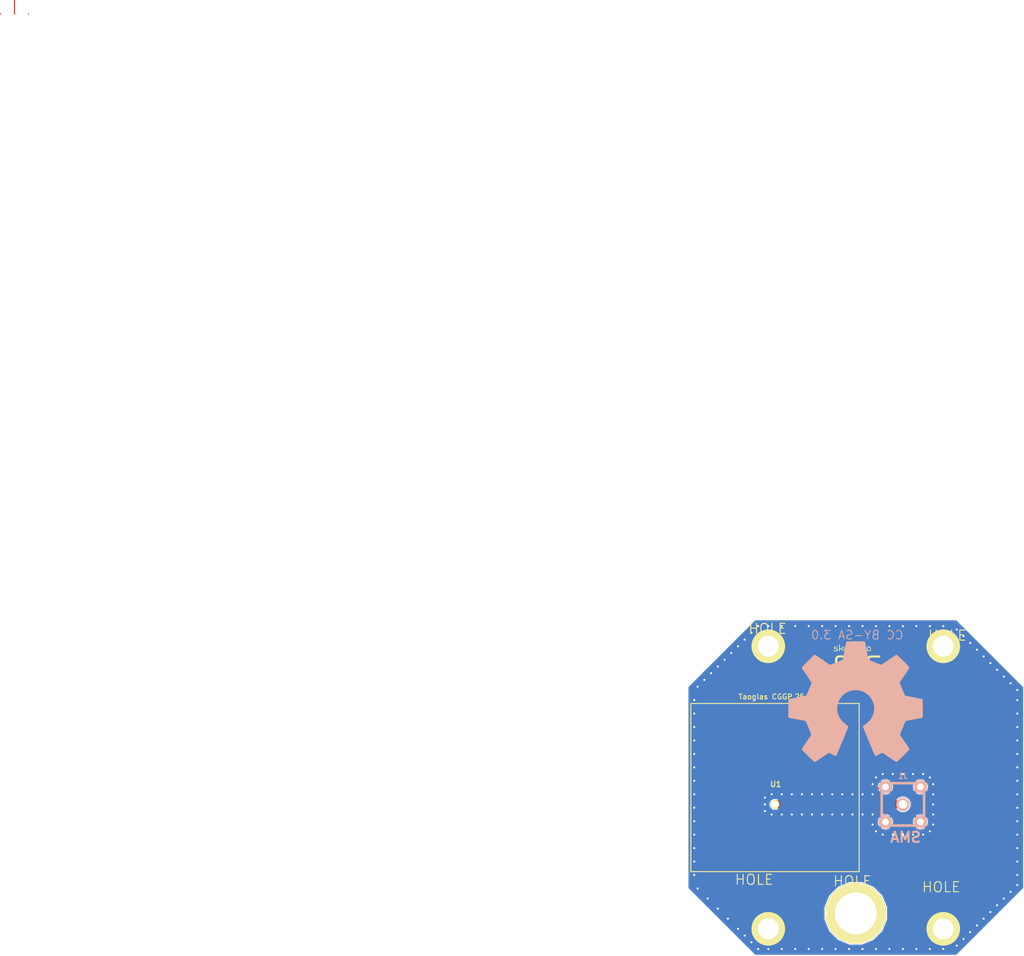
<source format=kicad_pcb>
(kicad_pcb (version 3) (host pcbnew "(2013-09-06 BZR 4312)-stable")

  (general
    (links 8)
    (no_connects 0)
    (area 99.987299 89.987299 150.012701 140.012701)
    (thickness 1.6)
    (drawings 10)
    (tracks 305)
    (zones 0)
    (modules 11)
    (nets 3)
  )

  (page A4)
  (title_block
    (title EPS)
    (date "10 sept  2013")
    (rev 1.0)
    (company Skycan)
  )

  (layers
    (15 F.Cu signal)
    (0 B.Cu signal)
    (16 B.Adhes user)
    (17 F.Adhes user)
    (18 B.Paste user)
    (19 F.Paste user)
    (20 B.SilkS user)
    (21 F.SilkS user)
    (22 B.Mask user)
    (23 F.Mask user)
    (24 Dwgs.User user)
    (25 Cmts.User user)
    (26 Eco1.User user)
    (27 Eco2.User user)
    (28 Edge.Cuts user)
  )

  (setup
    (last_trace_width 0.2032)
    (user_trace_width 0.2032)
    (user_trace_width 0.254)
    (user_trace_width 0.3048)
    (user_trace_width 0.4064)
    (user_trace_width 0.8128)
    (user_trace_width 1.2)
    (trace_clearance 0.1524)
    (zone_clearance 0.233)
    (zone_45_only no)
    (trace_min 0.1524)
    (segment_width 0.2)
    (edge_width 0.0254)
    (via_size 0.508)
    (via_drill 0.3048)
    (via_min_size 0.0254)
    (via_min_drill 0.3048)
    (user_via 1.016 0.508)
    (uvia_size 0.508)
    (uvia_drill 0.127)
    (uvias_allowed no)
    (uvia_min_size 0.0254)
    (uvia_min_drill 0.127)
    (pcb_text_width 0.3)
    (pcb_text_size 1.5 1.5)
    (mod_edge_width 0.15)
    (mod_text_size 0.762 0.762)
    (mod_text_width 0.127)
    (pad_size 2 2)
    (pad_drill 1.3)
    (pad_to_mask_clearance 0.2)
    (aux_axis_origin 100 140)
    (visible_elements FFFEFF7F)
    (pcbplotparams
      (layerselection 284196865)
      (usegerberextensions true)
      (excludeedgelayer false)
      (linewidth 0.020000)
      (plotframeref false)
      (viasonmask false)
      (mode 1)
      (useauxorigin false)
      (hpglpennumber 1)
      (hpglpenspeed 20)
      (hpglpendiameter 15)
      (hpglpenoverlay 2)
      (psnegative false)
      (psa4output false)
      (plotreference true)
      (plotvalue false)
      (plotothertext false)
      (plotinvisibletext false)
      (padsonsilk false)
      (subtractmaskfromsilk false)
      (outputformat 1)
      (mirror false)
      (drillshape 0)
      (scaleselection 1)
      (outputdirectory ""))
  )

  (net 0 "")
  (net 1 /SGNL)
  (net 2 GND)

  (net_class Default "This is the default net class."
    (clearance 0.1524)
    (trace_width 0.1524)
    (via_dia 0.508)
    (via_drill 0.3048)
    (uvia_dia 0.508)
    (uvia_drill 0.127)
    (add_net "")
    (add_net /SGNL)
    (add_net GND)
  )

  (module STUB (layer F.Cu) (tedit 5265853D) (tstamp 5265853D)
    (at 0 0)
    (fp_text reference STUB (at 0 0.00003) (layer F.SilkS)
      (effects (font (size 0.00003 0.00003) (thickness 0.000007)))
    )
    (fp_text value VAL** (at 0 -0.00003) (layer F.SilkS)
      (effects (font (size 0.00003 0.00003) (thickness 0.000007)))
    )
    (pad 1 smd rect (at 0 0) (size 0.1524 0.1524)
      (layers F.Cu)
    )
    (pad 1 smd rect (at 0 -1.0762) (size 0.1524 2)
      (layers F.Cu)
    )
  )

  (module GAP (layer F.Cu) (tedit 52658173) (tstamp 52658189)
    (at 0 0)
    (fp_text reference GAP (at 0 0.00003) (layer F.SilkS)
      (effects (font (size 0.00003 0.00003) (thickness 0.000007)))
    )
    (fp_text value VAL** (at 0 -0.00003) (layer F.SilkS)
      (effects (font (size 0.00003 0.00003) (thickness 0.000007)))
    )
    (pad 2 smd rect (at -2.0762 0) (size 0.1524 0.1524)
      (layers F.Cu)
    )
    (pad 1 smd rect (at 2.0762 0) (size 0.1524 0.1524)
      (layers F.Cu)
    )
  )

  (module OSHW-logo_silkscreen-front_20mm locked (layer B.Cu) (tedit 0) (tstamp 5221EE6B)
    (at 124.968 102.235)
    (fp_text reference G*** (at 0 -10.60704) (layer B.SilkS) hide
      (effects (font (size 0.762 0.762) (thickness 0.127)) (justify mirror))
    )
    (fp_text value OSHW-logo_silkscreen-front_20mm (at 0 10.60704) (layer B.SilkS) hide
      (effects (font (size 0.91186 0.91186) (thickness 0.18034)) (justify mirror))
    )
    (fp_poly (pts (xy -6.06298 8.98398) (xy -5.95884 8.9281) (xy -5.72262 8.78078) (xy -5.38988 8.56234)
      (xy -4.99618 8.29818) (xy -4.59994 8.03148) (xy -4.27228 7.81304) (xy -4.04622 7.66572)
      (xy -3.9497 7.61238) (xy -3.8989 7.63016) (xy -3.71094 7.7216) (xy -3.43662 7.86384)
      (xy -3.27914 7.94766) (xy -3.02768 8.05434) (xy -2.90322 8.0772) (xy -2.8829 8.04164)
      (xy -2.79146 7.85114) (xy -2.64668 7.52348) (xy -2.45872 7.08914) (xy -2.24282 6.58114)
      (xy -2.01168 6.03504) (xy -1.778 5.47624) (xy -1.55702 4.94284) (xy -1.36144 4.46532)
      (xy -1.20396 4.0767) (xy -1.10236 3.80492) (xy -1.06426 3.68808) (xy -1.07442 3.66522)
      (xy -1.20142 3.5433) (xy -1.41986 3.3782) (xy -1.8923 2.99466) (xy -2.35966 2.41046)
      (xy -2.64414 1.74752) (xy -2.73812 1.01346) (xy -2.65684 0.3302) (xy -2.39014 -0.32766)
      (xy -1.93294 -0.91694) (xy -1.37922 -1.35636) (xy -0.72898 -1.63322) (xy -0.00254 -1.72212)
      (xy 0.6985 -1.64338) (xy 1.36906 -1.37922) (xy 1.95834 -0.92964) (xy 2.20472 -0.64262)
      (xy 2.55016 -0.04572) (xy 2.74574 0.5969) (xy 2.76606 0.75946) (xy 2.73812 1.4605)
      (xy 2.52984 2.1336) (xy 2.159 2.73812) (xy 1.64338 3.23088) (xy 1.57988 3.2766)
      (xy 1.34112 3.4544) (xy 1.1811 3.57632) (xy 1.05664 3.68046) (xy 1.95072 5.83184)
      (xy 2.09296 6.17474) (xy 2.3368 6.76402) (xy 2.55524 7.26948) (xy 2.72542 7.67334)
      (xy 2.8448 7.94258) (xy 2.89814 8.0518) (xy 2.90322 8.05688) (xy 2.98196 8.07212)
      (xy 3.14706 8.01116) (xy 3.44678 7.86638) (xy 3.6449 7.76478) (xy 3.8735 7.65302)
      (xy 3.97764 7.61238) (xy 4.064 7.66064) (xy 4.28498 7.80288) (xy 4.60502 8.01624)
      (xy 4.98856 8.27786) (xy 5.35432 8.52678) (xy 5.69214 8.7503) (xy 5.93852 8.90778)
      (xy 6.0579 8.97128) (xy 6.07568 8.97128) (xy 6.18236 8.91286) (xy 6.3754 8.7503)
      (xy 6.67004 8.47344) (xy 7.08406 8.0645) (xy 7.14756 8.001) (xy 7.48792 7.65302)
      (xy 7.76478 7.36346) (xy 7.9502 7.15518) (xy 8.01878 7.0612) (xy 8.01878 7.0612)
      (xy 7.95782 6.94436) (xy 7.80288 6.70052) (xy 7.57936 6.35762) (xy 7.30504 5.95884)
      (xy 6.59384 4.92252) (xy 6.985 3.94462) (xy 7.10438 3.6449) (xy 7.25678 3.28168)
      (xy 7.37108 3.0226) (xy 7.4295 2.91084) (xy 7.53618 2.87274) (xy 7.80288 2.80924)
      (xy 8.1915 2.72796) (xy 8.65378 2.6416) (xy 9.0932 2.56032) (xy 9.49198 2.48666)
      (xy 9.779 2.42824) (xy 9.90854 2.40284) (xy 9.93902 2.38506) (xy 9.96696 2.32156)
      (xy 9.9822 2.18694) (xy 9.99236 1.94564) (xy 9.99744 1.56464) (xy 9.99744 1.01346)
      (xy 9.99744 0.9525) (xy 9.99236 0.42672) (xy 9.98474 0.00762) (xy 9.9695 -0.26924)
      (xy 9.95172 -0.37592) (xy 9.94918 -0.37846) (xy 9.82472 -0.40894) (xy 9.54532 -0.46736)
      (xy 9.14654 -0.5461) (xy 8.67156 -0.635) (xy 8.64362 -0.64262) (xy 8.16864 -0.73152)
      (xy 7.7724 -0.81534) (xy 7.49554 -0.87884) (xy 7.3787 -0.9144) (xy 7.3533 -0.94996)
      (xy 7.25932 -1.13284) (xy 7.12216 -1.42748) (xy 6.96468 -1.78562) (xy 6.81228 -2.15646)
      (xy 6.67766 -2.4892) (xy 6.58876 -2.74066) (xy 6.56082 -2.85242) (xy 6.56336 -2.85496)
      (xy 6.63448 -2.96926) (xy 6.79704 -3.2131) (xy 7.02564 -3.55346) (xy 7.3025 -3.95732)
      (xy 7.32282 -3.9878) (xy 7.5946 -4.38658) (xy 7.81558 -4.7244) (xy 7.9629 -4.9657)
      (xy 8.01878 -5.07492) (xy 8.01624 -5.08254) (xy 7.92734 -5.20192) (xy 7.7216 -5.42798)
      (xy 7.43204 -5.73278) (xy 7.08152 -6.08584) (xy 6.96976 -6.19506) (xy 6.58114 -6.57352)
      (xy 6.3119 -6.82244) (xy 6.14426 -6.95452) (xy 6.06298 -6.985) (xy 6.06044 -6.98246)
      (xy 5.93852 -6.9088) (xy 5.68706 -6.74624) (xy 5.34416 -6.51256) (xy 4.93776 -6.23824)
      (xy 4.90982 -6.21792) (xy 4.51104 -5.94614) (xy 4.1783 -5.72262) (xy 3.94208 -5.56514)
      (xy 3.83794 -5.50164) (xy 3.82016 -5.50164) (xy 3.6576 -5.5499) (xy 3.37312 -5.64896)
      (xy 3.0226 -5.78612) (xy 2.6543 -5.93344) (xy 2.31902 -6.07568) (xy 2.06502 -6.18998)
      (xy 1.94564 -6.25856) (xy 1.9431 -6.26364) (xy 1.89992 -6.40588) (xy 1.83134 -6.7056)
      (xy 1.74752 -7.11708) (xy 1.65354 -7.6073) (xy 1.6383 -7.68604) (xy 1.5494 -8.16356)
      (xy 1.4732 -8.55472) (xy 1.41732 -8.82904) (xy 1.38938 -8.9408) (xy 1.32334 -8.95604)
      (xy 1.08712 -8.97382) (xy 0.73152 -8.98144) (xy 0.30226 -8.98652) (xy -0.1524 -8.98398)
      (xy -0.59436 -8.97382) (xy -0.97282 -8.96112) (xy -1.24206 -8.94334) (xy -1.35382 -8.92048)
      (xy -1.3589 -8.91286) (xy -1.39954 -8.76554) (xy -1.46558 -8.46582) (xy -1.5494 -8.0518)
      (xy -1.64338 -7.56158) (xy -1.66116 -7.47522) (xy -1.75006 -7.00024) (xy -1.8288 -6.60908)
      (xy -1.88722 -6.34238) (xy -1.9177 -6.2357) (xy -1.96088 -6.21284) (xy -2.15646 -6.12902)
      (xy -2.47396 -5.99694) (xy -2.8702 -5.83692) (xy -3.78714 -5.46608) (xy -4.90728 -6.2357)
      (xy -5.01142 -6.30428) (xy -5.41528 -6.5786) (xy -5.74548 -6.79958) (xy -5.97662 -6.94944)
      (xy -6.07314 -7.00278) (xy -6.08076 -7.00024) (xy -6.19252 -6.90118) (xy -6.4135 -6.6929)
      (xy -6.7183 -6.39826) (xy -7.07136 -6.0452) (xy -7.33298 -5.78358) (xy -7.64286 -5.46862)
      (xy -7.83844 -5.2578) (xy -7.94512 -5.12064) (xy -7.98322 -5.03936) (xy -7.97306 -4.98348)
      (xy -7.90194 -4.86918) (xy -7.73684 -4.6228) (xy -7.5057 -4.28244) (xy -7.23138 -3.8862)
      (xy -7.00786 -3.55346) (xy -6.76402 -3.17754) (xy -6.604 -2.9083) (xy -6.55066 -2.77622)
      (xy -6.56336 -2.72288) (xy -6.6421 -2.5019) (xy -6.77672 -2.16916) (xy -6.94436 -1.77546)
      (xy -7.33552 -0.88646) (xy -7.91718 -0.7747) (xy -8.27024 -0.70612) (xy -8.763 -0.61214)
      (xy -9.23544 -0.5207) (xy -9.97458 -0.37846) (xy -9.99998 2.33426) (xy -9.88568 2.38252)
      (xy -9.77646 2.413) (xy -9.50214 2.47396) (xy -9.11352 2.55016) (xy -8.65378 2.63906)
      (xy -8.26008 2.71018) (xy -7.86638 2.78638) (xy -7.5819 2.83972) (xy -7.45744 2.86766)
      (xy -7.42442 2.91084) (xy -7.32536 3.10134) (xy -7.18566 3.40614) (xy -7.02818 3.7719)
      (xy -6.8707 4.15036) (xy -6.731 4.50088) (xy -6.63448 4.76758) (xy -6.59638 4.90474)
      (xy -6.65226 5.00888) (xy -6.79958 5.24256) (xy -7.01802 5.57276) (xy -7.28726 5.96646)
      (xy -7.5565 6.35762) (xy -7.78256 6.6929) (xy -7.94004 6.9342) (xy -8.00608 7.04596)
      (xy -7.97306 7.11962) (xy -7.81558 7.31012) (xy -7.52094 7.61746) (xy -7.07898 8.05434)
      (xy -7.00786 8.12292) (xy -6.65734 8.46074) (xy -6.36016 8.73252) (xy -6.15442 8.91794)
      (xy -6.06298 8.98398)) (layer B.SilkS) (width 0.00254))
  )

  (module SMA-TH-STRAIGHT (layer B.Cu) (tedit 525EEFB8) (tstamp 525EF6D5)
    (at 132 117.5)
    (tags "SMA Connector")
    (path /525C4CF5)
    (fp_text reference J1 (at 0 -4.2) (layer B.SilkS)
      (effects (font (size 0.8128 0.8128) (thickness 0.1524)) (justify mirror))
    )
    (fp_text value SMA (at 0.4 4.9) (layer B.SilkS)
      (effects (font (thickness 0.3048)) (justify mirror))
    )
    (fp_line (start -3.1496 3.1496) (end 3.1496 3.1496) (layer B.SilkS) (width 0.381))
    (fp_line (start 3.1496 3.1496) (end 3.1496 -3.1496) (layer B.SilkS) (width 0.381))
    (fp_line (start 3.1496 -3.1496) (end -3.1496 -3.1496) (layer B.SilkS) (width 0.381))
    (fp_line (start -3.1496 -3.1496) (end -3.1496 3.1496) (layer B.SilkS) (width 0.381))
    (pad 1 thru_hole circle (at 0 0) (size 2 2) (drill 1.3)
      (layers *.Cu *.Mask B.SilkS)
      (net 1 /SGNL)
    )
    (pad 3 thru_hole circle (at 2.6 2.6) (size 2 2) (drill 1.00076)
      (layers *.Cu *.Mask B.SilkS)
      (net 2 GND)
    )
    (pad 2 thru_hole circle (at -2.6 2.6) (size 2 2) (drill 1.00076)
      (layers *.Cu *.Mask B.SilkS)
      (net 2 GND)
    )
    (pad 5 thru_hole circle (at -2.6 -2.6) (size 2 2) (drill 1.00076)
      (layers *.Cu *.Mask B.SilkS)
      (net 2 GND)
    )
    (pad 4 thru_hole circle (at 2.6 -2.6) (size 2 2) (drill 1.00076)
      (layers *.Cu *.Mask B.SilkS)
      (net 2 GND)
    )
    (model connectors/sma.wrl
      (at (xyz 0 0 0))
      (scale (xyz 0.39 0.39 0.39))
      (rotate (xyz -90 0 -90))
    )
  )

  (module TAOGLAS_CGGP_25_4_A_02 (layer F.Cu) (tedit 525EEFC8) (tstamp 525EEE19)
    (at 113 115)
    (path /5255ADF2)
    (fp_text reference U1 (at 0.1 -0.5) (layer F.SilkS)
      (effects (font (size 0.8128 0.8128) (thickness 0.1524)))
    )
    (fp_text value "Taoglas CGGP.25.A" (at 0 -13.5) (layer F.SilkS)
      (effects (font (size 0.762 0.762) (thickness 0.127)))
    )
    (fp_line (start -12.5 -12.5) (end 12.5 -12.5) (layer F.SilkS) (width 0.15))
    (fp_line (start 12.5 -12.5) (end 12.5 12.5) (layer F.SilkS) (width 0.15))
    (fp_line (start 12.5 12.5) (end -12.5 12.5) (layer F.SilkS) (width 0.15))
    (fp_line (start -12.5 12.5) (end -12.5 -12.5) (layer F.SilkS) (width 0.15))
    (pad 1 thru_hole circle (at 0 2.5) (size 1.3 1.3) (drill 0.9)
      (layers *.Cu *.Mask F.SilkS)
      (net 1 /SGNL)
    )
  )

  (module mountinghole-3mm (layer F.Cu) (tedit 525EF11E) (tstamp 525EF0A5)
    (at 111.9 95.6)
    (path /525EF010)
    (fp_text reference H1 (at 0.5 3) (layer F.SilkS) hide
      (effects (font (size 0.762 0.762) (thickness 0.127)))
    )
    (fp_text value HOLE (at 0 -4.2) (layer F.SilkS)
      (effects (font (size 1.5 1.5) (thickness 0.15)))
    )
    (pad 1 thru_hole circle (at 0.1 -1.6) (size 5 5) (drill 3.1)
      (layers *.Cu *.Mask F.SilkS)
      (net 2 GND)
      (zone_connect 2)
    )
  )

  (module mountinghole-3mm (layer F.Cu) (tedit 525EF10B) (tstamp 525EF0AA)
    (at 138.6 96.6)
    (path /525EF022)
    (fp_text reference H2 (at 0.5 3) (layer F.SilkS) hide
      (effects (font (size 0.762 0.762) (thickness 0.127)))
    )
    (fp_text value HOLE (at 0 -4.2) (layer F.SilkS)
      (effects (font (size 1.5 1.5) (thickness 0.15)))
    )
    (pad 1 thru_hole circle (at -0.6 -2.6) (size 5 5) (drill 3.1)
      (layers *.Cu *.Mask F.SilkS)
      (net 2 GND)
      (zone_connect 2)
    )
  )

  (module mountinghole-3mm (layer F.Cu) (tedit 525EF0F5) (tstamp 525EF0AF)
    (at 137.7 134)
    (path /525EF02D)
    (fp_text reference H3 (at 0.5 3) (layer F.SilkS) hide
      (effects (font (size 0.762 0.762) (thickness 0.127)))
    )
    (fp_text value HOLE (at 0 -4.2) (layer F.SilkS)
      (effects (font (size 1.5 1.5) (thickness 0.15)))
    )
    (pad 1 thru_hole circle (at 0.3 2) (size 5 5) (drill 3.1)
      (layers *.Cu *.Mask F.SilkS)
      (net 2 GND)
      (zone_connect 2)
    )
  )

  (module mountinghole-3mm (layer F.Cu) (tedit 525EF0C8) (tstamp 525EF0B4)
    (at 109.9 132.9)
    (path /525EF038)
    (fp_text reference H4 (at 0.5 3) (layer F.SilkS) hide
      (effects (font (size 0.762 0.762) (thickness 0.127)))
    )
    (fp_text value HOLE (at 0 -4.2) (layer F.SilkS)
      (effects (font (size 1.5 1.5) (thickness 0.15)))
    )
    (pad 1 thru_hole circle (at 2.1 3.1) (size 5 5) (drill 3.1)
      (layers *.Cu *.Mask F.SilkS)
      (net 2 GND)
      (zone_connect 2)
    )
  )

  (module mountinghole-6mm (layer F.Cu) (tedit 525EF4F3) (tstamp 525EF688)
    (at 124.5 134)
    (path /5211DE71)
    (fp_text reference H1 (at 0 6.35) (layer F.SilkS) hide
      (effects (font (size 0.762 0.762) (thickness 0.127)))
    )
    (fp_text value HOLE (at 0 -5.08) (layer F.SilkS)
      (effects (font (size 1.5 1.5) (thickness 0.15)))
    )
    (pad "" np_thru_hole circle (at 0.5 -0.3) (size 9 9) (drill 6.2)
      (layers *.Cu *.Mask F.SilkS)
      (zone_connect 2)
    )
  )

  (module skycan-gps-logo locked (layer F.Cu) (tedit 52604240) (tstamp 52604769)
    (at 126.1 95.5)
    (fp_text reference VAL (at -2.54 -2.54) (layer F.SilkS) hide
      (effects (font (size 1.143 1.143) (thickness 0.1778)))
    )
    (fp_text value skycan-gps-logo (at 2.54 3.81) (layer F.SilkS) hide
      (effects (font (size 1.143 1.143) (thickness 0.1778)))
    )
    (fp_poly (pts (xy -2.16662 2.25552) (xy -2.21742 2.35712) (xy -2.29362 2.46888) (xy -2.39776 2.56032)
      (xy -2.51968 2.62636) (xy -2.53238 2.6289) (xy -2.5654 2.6416) (xy -2.60096 2.64922)
      (xy -2.6416 2.65684) (xy -2.68986 2.66192) (xy -2.7559 2.667) (xy -2.84226 2.66954)
      (xy -2.95148 2.66954) (xy -3.09118 2.67208) (xy -3.09626 2.67208) (xy -3.2258 2.67208)
      (xy -3.34772 2.67208) (xy -3.45694 2.67208) (xy -3.54584 2.66954) (xy -3.61442 2.66446)
      (xy -3.64744 2.66192) (xy -3.78968 2.62382) (xy -3.91668 2.5527) (xy -4.02336 2.45618)
      (xy -4.10972 2.33426) (xy -4.13004 2.29616) (xy -4.18338 2.1844) (xy -4.18338 1.25984)
      (xy -4.18338 0.34036) (xy -4.14528 0.23876) (xy -4.0767 0.11684) (xy -3.98272 0.0127)
      (xy -3.86588 -0.07366) (xy -3.83032 -0.09144) (xy -3.71602 -0.14732) (xy -2.9972 -0.1524)
      (xy -2.27838 -0.15748) (xy -2.28346 -0.00508) (xy -2.28854 0.14732) (xy -2.95656 0.15748)
      (xy -3.13182 0.15748) (xy -3.27406 0.16002) (xy -3.38836 0.1651) (xy -3.47726 0.16764)
      (xy -3.54584 0.17018) (xy -3.59664 0.17526) (xy -3.63474 0.18034) (xy -3.66014 0.18542)
      (xy -3.67792 0.19304) (xy -3.68046 0.19304) (xy -3.7592 0.254) (xy -3.81254 0.32766)
      (xy -3.82778 0.36576) (xy -3.83032 0.39624) (xy -3.8354 0.45974) (xy -3.83794 0.55118)
      (xy -3.84048 0.67056) (xy -3.84302 0.8128) (xy -3.84302 0.97282) (xy -3.84556 1.15316)
      (xy -3.84556 1.27) (xy -3.84302 1.46304) (xy -3.84302 1.6256) (xy -3.84302 1.76022)
      (xy -3.84302 1.86944) (xy -3.84048 1.9558) (xy -3.83794 2.02184) (xy -3.8354 2.07518)
      (xy -3.83032 2.11328) (xy -3.82524 2.14122) (xy -3.82016 2.16408) (xy -3.81254 2.18186)
      (xy -3.81254 2.1844) (xy -3.77698 2.24028) (xy -3.73126 2.28854) (xy -3.7211 2.2987)
      (xy -3.70078 2.3114) (xy -3.683 2.32156) (xy -3.6576 2.32664) (xy -3.62458 2.33426)
      (xy -3.57886 2.3368) (xy -3.51282 2.33934) (xy -3.42392 2.34188) (xy -3.30708 2.34442)
      (xy -3.21056 2.34442) (xy -3.05562 2.34696) (xy -2.9337 2.34696) (xy -2.83718 2.34442)
      (xy -2.76352 2.33934) (xy -2.7051 2.33172) (xy -2.66192 2.31902) (xy -2.62382 2.30378)
      (xy -2.59334 2.28346) (xy -2.57556 2.26822) (xy -2.54254 2.23774) (xy -2.51714 2.2098)
      (xy -2.49936 2.17678) (xy -2.48412 2.1336) (xy -2.4765 2.07518) (xy -2.47396 1.99898)
      (xy -2.47142 1.89738) (xy -2.47142 1.7653) (xy -2.47142 1.75768) (xy -2.47142 1.39192)
      (xy -2.81432 1.39192) (xy -2.94894 1.39192) (xy -3.048 1.38938) (xy -3.11912 1.3843)
      (xy -3.1623 1.37668) (xy -3.18008 1.3716) (xy -3.19278 1.34112) (xy -3.19786 1.28524)
      (xy -3.2004 1.21412) (xy -3.2004 1.07696) (xy -2.68224 1.08204) (xy -2.16662 1.08712)
      (xy -2.16662 1.67132) (xy -2.16662 2.25552) (xy -2.16662 2.25552)) (layer F.SilkS) (width 0.00254))
    (fp_poly (pts (xy 0.31242 0.66294) (xy 0.30734 0.78486) (xy 0.29718 0.9017) (xy 0.28194 1.0033)
      (xy 0.26162 1.08204) (xy 0.26162 1.08458) (xy 0.20574 1.19126) (xy 0.12192 1.29286)
      (xy 0.02286 1.37922) (xy -0.05334 1.42494) (xy -0.05334 0.49276) (xy -0.05588 0.4318)
      (xy -0.05842 0.39116) (xy -0.0635 0.36068) (xy -0.0762 0.33782) (xy -0.0889 0.31496)
      (xy -0.09144 0.31242) (xy -0.13208 0.2667) (xy -0.18796 0.22606) (xy -0.20828 0.21336)
      (xy -0.23114 0.20066) (xy -0.25654 0.19304) (xy -0.28448 0.18542) (xy -0.32004 0.18034)
      (xy -0.37084 0.1778) (xy -0.43942 0.17526) (xy -0.52832 0.17526) (xy -0.64516 0.17272)
      (xy -0.7874 0.17272) (xy -0.94488 0.17526) (xy -1.07696 0.17526) (xy -1.18364 0.1778)
      (xy -1.26238 0.18288) (xy -1.31064 0.18796) (xy -1.32334 0.1905) (xy -1.3335 0.19812)
      (xy -1.34112 0.21082) (xy -1.3462 0.23114) (xy -1.35128 0.26416) (xy -1.35382 0.31496)
      (xy -1.35636 0.38608) (xy -1.35636 0.4826) (xy -1.35636 0.6096) (xy -1.35636 0.6604)
      (xy -1.35636 0.78232) (xy -1.35636 0.89408) (xy -1.35382 0.9906) (xy -1.35128 1.0668)
      (xy -1.34874 1.1176) (xy -1.3462 1.13792) (xy -1.34112 1.14554) (xy -1.32588 1.15062)
      (xy -1.29794 1.1557) (xy -1.2573 1.16078) (xy -1.19634 1.16332) (xy -1.11252 1.16332)
      (xy -1.0033 1.16586) (xy -0.8636 1.16586) (xy -0.79756 1.16586) (xy -0.64262 1.16586)
      (xy -0.51562 1.16332) (xy -0.4191 1.16332) (xy -0.34544 1.16078) (xy -0.28956 1.1557)
      (xy -0.24892 1.15062) (xy -0.22098 1.14554) (xy -0.19812 1.13792) (xy -0.19812 1.13792)
      (xy -0.14732 1.10236) (xy -0.1016 1.05664) (xy -0.09906 1.0541) (xy -0.08636 1.03378)
      (xy -0.0762 1.00838) (xy -0.06858 0.97536) (xy -0.0635 0.93218) (xy -0.05842 0.86614)
      (xy -0.05588 0.77724) (xy -0.05588 0.6858) (xy -0.05334 0.57404) (xy -0.05334 0.49276)
      (xy -0.05334 1.42494) (xy -0.07366 1.43764) (xy -0.18288 1.4859) (xy -0.64262 1.49352)
      (xy -0.80264 1.49352) (xy -0.93218 1.49606) (xy -1.03632 1.49352) (xy -1.11506 1.49098)
      (xy -1.17602 1.4859) (xy -1.22174 1.47574) (xy -1.2573 1.46304) (xy -1.2827 1.4478)
      (xy -1.30556 1.42748) (xy -1.3081 1.42748) (xy -1.35636 1.37668) (xy -1.35636 1.99898)
      (xy -1.35636 2.17424) (xy -1.3589 2.31902) (xy -1.3589 2.43586) (xy -1.36398 2.52222)
      (xy -1.36652 2.58318) (xy -1.3716 2.62128) (xy -1.37668 2.63906) (xy -1.37668 2.6416)
      (xy -1.40716 2.65176) (xy -1.46812 2.65938) (xy -1.55194 2.66192) (xy -1.55194 2.66192)
      (xy -1.70434 2.66192) (xy -1.70434 1.33858) (xy -1.70434 1.08966) (xy -1.70434 0.87376)
      (xy -1.70434 0.69088) (xy -1.70434 0.5334) (xy -1.7018 0.40132) (xy -1.7018 0.2921)
      (xy -1.69926 0.2032) (xy -1.69672 0.13208) (xy -1.69418 0.07874) (xy -1.69164 0.0381)
      (xy -1.6891 0.00762) (xy -1.68402 -0.0127) (xy -1.67894 -0.02794) (xy -1.6764 -0.03556)
      (xy -1.65862 -0.06096) (xy -1.64338 -0.08128) (xy -1.62306 -0.09906) (xy -1.59512 -0.11176)
      (xy -1.55956 -0.12192) (xy -1.50622 -0.12954) (xy -1.43764 -0.13462) (xy -1.34874 -0.13716)
      (xy -1.23698 -0.13716) (xy -1.09728 -0.13716) (xy -0.9271 -0.13716) (xy -0.85344 -0.13716)
      (xy -0.1651 -0.12954) (xy -0.06858 -0.08636) (xy 0.05588 -0.00762) (xy 0.15748 0.09398)
      (xy 0.23368 0.21844) (xy 0.28448 0.36322) (xy 0.29972 0.43942) (xy 0.30988 0.54356)
      (xy 0.31242 0.66294) (xy 0.31242 0.66294)) (layer F.SilkS) (width 0.00254))
    (fp_poly (pts (xy 2.60858 1.7272) (xy 2.60858 1.82118) (xy 2.60604 1.90246) (xy 2.6035 2.01676)
      (xy 2.60096 2.10566) (xy 2.59588 2.16916) (xy 2.5908 2.21742) (xy 2.58064 2.25298)
      (xy 2.56794 2.28854) (xy 2.56286 2.2987) (xy 2.50952 2.39014) (xy 2.43586 2.4765)
      (xy 2.35458 2.54762) (xy 2.29616 2.58318) (xy 2.25806 2.60096) (xy 2.21742 2.6162)
      (xy 2.1717 2.6289) (xy 2.11582 2.63906) (xy 2.04978 2.64668) (xy 1.9685 2.65176)
      (xy 1.8669 2.65684) (xy 1.74244 2.65938) (xy 1.59258 2.66192) (xy 1.41478 2.66192)
      (xy 1.29286 2.66192) (xy 0.57404 2.66192) (xy 0.57404 2.51714) (xy 0.57658 2.43586)
      (xy 0.5842 2.37998) (xy 0.59436 2.35204) (xy 0.6096 2.34696) (xy 0.64516 2.34188)
      (xy 0.70104 2.33934) (xy 0.77978 2.3368) (xy 0.88646 2.33426) (xy 1.02108 2.33172)
      (xy 1.18618 2.33172) (xy 1.34874 2.33172) (xy 1.52908 2.33172) (xy 1.6764 2.33172)
      (xy 1.79578 2.32918) (xy 1.88976 2.32918) (xy 1.96088 2.32664) (xy 2.01676 2.3241)
      (xy 2.0574 2.32156) (xy 2.08534 2.31648) (xy 2.10566 2.3114) (xy 2.1209 2.30378)
      (xy 2.13614 2.29362) (xy 2.14122 2.29108) (xy 2.18948 2.25552) (xy 2.22504 2.21742)
      (xy 2.2479 2.17678) (xy 2.26314 2.11836) (xy 2.27076 2.04216) (xy 2.27584 1.93802)
      (xy 2.27584 1.9304) (xy 2.27838 1.8288) (xy 2.2733 1.74752) (xy 2.26822 1.69418)
      (xy 2.26314 1.67386) (xy 2.25044 1.66116) (xy 2.2225 1.64592) (xy 2.1717 1.6256)
      (xy 2.10312 1.59766) (xy 2.00914 1.56464) (xy 1.88976 1.52146) (xy 1.74244 1.47066)
      (xy 1.56718 1.41224) (xy 1.50622 1.39192) (xy 1.35128 1.33858) (xy 1.20396 1.29032)
      (xy 1.06934 1.24206) (xy 0.94996 1.20142) (xy 0.8509 1.16586) (xy 0.77724 1.13538)
      (xy 0.72644 1.11506) (xy 0.7112 1.10744) (xy 0.66802 1.07696) (xy 0.63754 1.04394)
      (xy 0.61468 1.00584) (xy 0.59944 0.95504) (xy 0.58928 0.88646) (xy 0.5842 0.79756)
      (xy 0.5842 0.68072) (xy 0.5842 0.62738) (xy 0.5842 0.508) (xy 0.5842 0.41656)
      (xy 0.58928 0.35052) (xy 0.59436 0.29972) (xy 0.60198 0.25908) (xy 0.61468 0.22098)
      (xy 0.61722 0.21844) (xy 0.6731 0.1143) (xy 0.75692 0.02286) (xy 0.85852 -0.05334)
      (xy 0.90932 -0.08128) (xy 1.01854 -0.12954) (xy 1.778 -0.13462) (xy 2.54 -0.1397)
      (xy 2.54 -0.01016) (xy 2.53746 0.05588) (xy 2.53492 0.11176) (xy 2.52984 0.14478)
      (xy 2.52984 0.14732) (xy 2.52476 0.1524) (xy 2.50952 0.16002) (xy 2.48666 0.16256)
      (xy 2.44856 0.16764) (xy 2.39268 0.17018) (xy 2.31648 0.17272) (xy 2.21488 0.17272)
      (xy 2.09042 0.17272) (xy 1.93294 0.17272) (xy 1.84658 0.17272) (xy 1.68402 0.17526)
      (xy 1.53416 0.17526) (xy 1.39954 0.1778) (xy 1.28778 0.18034) (xy 1.19888 0.18288)
      (xy 1.14046 0.18796) (xy 1.11252 0.1905) (xy 1.06172 0.21336) (xy 1.00838 0.254)
      (xy 0.9906 0.26924) (xy 0.93218 0.33274) (xy 0.92456 0.58166) (xy 0.92456 0.68326)
      (xy 0.92456 0.75438) (xy 0.9271 0.80264) (xy 0.93472 0.83566) (xy 0.94488 0.85344)
      (xy 0.94742 0.85598) (xy 0.96774 0.86868) (xy 1.02108 0.889) (xy 1.09728 0.91694)
      (xy 1.19634 0.9525) (xy 1.31572 0.99568) (xy 1.45034 1.0414) (xy 1.59766 1.0922)
      (xy 1.71196 1.1303) (xy 1.8669 1.1811) (xy 2.01422 1.2319) (xy 2.1463 1.27762)
      (xy 2.26314 1.3208) (xy 2.35966 1.35636) (xy 2.43332 1.3843) (xy 2.48158 1.40462)
      (xy 2.49682 1.41224) (xy 2.53238 1.45034) (xy 2.56794 1.50114) (xy 2.57556 1.51638)
      (xy 2.58826 1.54432) (xy 2.59842 1.5748) (xy 2.6035 1.61036) (xy 2.60858 1.65862)
      (xy 2.60858 1.7272) (xy 2.60858 1.7272)) (layer F.SilkS) (width 0.00254))
    (fp_poly (pts (xy -2.31648 -0.81534) (xy -2.31902 -0.7239) (xy -2.32156 -0.65278) (xy -2.32918 -0.60198)
      (xy -2.34188 -0.56388) (xy -2.35966 -0.53086) (xy -2.37998 -0.50546) (xy -2.39268 -0.49276)
      (xy -2.44856 -0.43434) (xy -2.65938 -0.43434) (xy -2.8702 -0.43434) (xy -2.8702 -0.48514)
      (xy -2.8702 -0.53594) (xy -2.6797 -0.54102) (xy -2.58318 -0.54864) (xy -2.5146 -0.55626)
      (xy -2.47396 -0.56642) (xy -2.46888 -0.56896) (xy -2.45618 -0.5969) (xy -2.44348 -0.6477)
      (xy -2.4384 -0.6985) (xy -2.43586 -0.75692) (xy -2.43586 -0.7874) (xy -2.44602 -0.79502)
      (xy -2.4638 -0.79248) (xy -2.47142 -0.78994) (xy -2.52476 -0.77978) (xy -2.59588 -0.7747)
      (xy -2.66954 -0.77724) (xy -2.73812 -0.78486) (xy -2.78638 -0.79756) (xy -2.78892 -0.8001)
      (xy -2.82702 -0.82296) (xy -2.85496 -0.84836) (xy -2.87528 -0.88646) (xy -2.88798 -0.93726)
      (xy -2.8956 -1.00838) (xy -2.90068 -1.1049) (xy -2.90322 -1.18618) (xy -2.9083 -1.4605)
      (xy -2.8448 -1.4605) (xy -2.78384 -1.4605) (xy -2.78384 -1.21412) (xy -2.78384 -1.09982)
      (xy -2.77876 -1.016) (xy -2.7686 -0.95758) (xy -2.75336 -0.91948) (xy -2.72542 -0.89916)
      (xy -2.68478 -0.889) (xy -2.6289 -0.889) (xy -2.60858 -0.88646) (xy -2.55016 -0.889)
      (xy -2.50444 -0.89662) (xy -2.47396 -0.91186) (xy -2.45364 -0.94488) (xy -2.44094 -0.99568)
      (xy -2.43586 -1.07188) (xy -2.43586 -1.17602) (xy -2.43586 -1.21412) (xy -2.43586 -1.46304)
      (xy -2.37998 -1.45796) (xy -2.32156 -1.45288) (xy -2.31648 -1.0795) (xy -2.31648 -0.93218)
      (xy -2.31648 -0.81534) (xy -2.31648 -0.81534)) (layer F.SilkS) (width 0.00254))
    (fp_poly (pts (xy -3.75666 -1.0033) (xy -3.76174 -0.92456) (xy -3.77952 -0.86614) (xy -3.81508 -0.82296)
      (xy -3.86842 -0.79502) (xy -3.94462 -0.77724) (xy -4.0513 -0.76708) (xy -4.15544 -0.76454)
      (xy -4.35102 -0.76454) (xy -4.34594 -0.82296) (xy -4.34086 -0.87884) (xy -4.11734 -0.88646)
      (xy -4.01828 -0.89154) (xy -3.94716 -0.89916) (xy -3.90144 -0.90932) (xy -3.87604 -0.9271)
      (xy -3.86588 -0.9525) (xy -3.86588 -0.98552) (xy -3.86588 -0.9906) (xy -3.87096 -1.00838)
      (xy -3.88366 -1.02362) (xy -3.90906 -1.03632) (xy -3.95224 -1.05156) (xy -4.02082 -1.07188)
      (xy -4.0894 -1.08712) (xy -4.17322 -1.10998) (xy -4.24688 -1.1303) (xy -4.30022 -1.14554)
      (xy -4.32816 -1.1557) (xy -4.32816 -1.1557) (xy -4.34086 -1.17856) (xy -4.34848 -1.22682)
      (xy -4.34848 -1.26492) (xy -4.34594 -1.32334) (xy -4.33578 -1.36398) (xy -4.31038 -1.39446)
      (xy -4.29514 -1.41224) (xy -4.2418 -1.4605) (xy -4.00558 -1.4605) (xy -3.7719 -1.4605)
      (xy -3.77698 -1.41478) (xy -3.7846 -1.36652) (xy -3.98272 -1.36144) (xy -4.06908 -1.35636)
      (xy -4.1402 -1.35128) (xy -4.18846 -1.34366) (xy -4.20624 -1.33604) (xy -4.22148 -1.30556)
      (xy -4.22402 -1.27254) (xy -4.21894 -1.25222) (xy -4.20624 -1.23444) (xy -4.17576 -1.22174)
      (xy -4.1275 -1.2065) (xy -4.05384 -1.18872) (xy -3.97256 -1.1684) (xy -3.8989 -1.15062)
      (xy -3.84048 -1.13538) (xy -3.8227 -1.1303) (xy -3.75666 -1.11252) (xy -3.75666 -1.0033)
      (xy -3.75666 -1.0033)) (layer F.SilkS) (width 0.00254))
    (fp_poly (pts (xy -3.0099 -0.7747) (xy -3.02514 -0.76962) (xy -3.06324 -0.76454) (xy -3.07086 -0.76454)
      (xy -3.0988 -0.76708) (xy -3.12166 -0.7747) (xy -3.14198 -0.79756) (xy -3.16484 -0.83566)
      (xy -3.19786 -0.89916) (xy -3.20548 -0.9144) (xy -3.27914 -1.06172) (xy -3.37058 -1.06172)
      (xy -3.45948 -1.06172) (xy -3.46456 -0.91694) (xy -3.46964 -0.7747) (xy -3.52806 -0.76962)
      (xy -3.58394 -0.76454) (xy -3.58394 -1.28778) (xy -3.58394 -1.81102) (xy -3.52806 -1.80594)
      (xy -3.46964 -1.80086) (xy -3.4671 -1.48082) (xy -3.46202 -1.16078) (xy -3.3401 -1.1684)
      (xy -3.2766 -1.17602) (xy -3.2258 -1.18618) (xy -3.19786 -1.19634) (xy -3.19786 -1.19634)
      (xy -3.18516 -1.22428) (xy -3.175 -1.27508) (xy -3.16992 -1.33858) (xy -3.16992 -1.34112)
      (xy -3.1623 -1.4605) (xy -3.10388 -1.4605) (xy -3.04546 -1.4605) (xy -3.04546 -1.36906)
      (xy -3.05308 -1.25476) (xy -3.08356 -1.16586) (xy -3.11658 -1.12014) (xy -3.15722 -1.07696)
      (xy -3.08356 -0.92964) (xy -3.05054 -0.86614) (xy -3.02768 -0.8128) (xy -3.01244 -0.77978)
      (xy -3.0099 -0.7747) (xy -3.0099 -0.7747)) (layer F.SilkS) (width 0.00254))
    (fp_poly (pts (xy -1.70434 -0.76454) (xy -1.83896 -0.76708) (xy -1.90754 -0.76962) (xy -1.96342 -0.77216)
      (xy -1.99898 -0.77724) (xy -2.00152 -0.77724) (xy -2.05994 -0.8001) (xy -2.10058 -0.83058)
      (xy -2.12852 -0.87122) (xy -2.1463 -0.9271) (xy -2.15392 -1.00838) (xy -2.15646 -1.12014)
      (xy -2.15646 -1.12268) (xy -2.15392 -1.23952) (xy -2.14122 -1.32588) (xy -2.11582 -1.38938)
      (xy -2.07264 -1.42748) (xy -2.00914 -1.45034) (xy -1.92024 -1.4605) (xy -1.8542 -1.4605)
      (xy -1.70434 -1.4605) (xy -1.70434 -1.4097) (xy -1.70434 -1.35636) (xy -1.82626 -1.35636)
      (xy -1.89484 -1.35382) (xy -1.95326 -1.34874) (xy -1.99136 -1.34112) (xy -2.00914 -1.33096)
      (xy -2.02184 -1.31826) (xy -2.02946 -1.29794) (xy -2.03454 -1.2573) (xy -2.03454 -1.19634)
      (xy -2.03454 -1.12522) (xy -2.03454 -1.02108) (xy -2.02692 -0.94996) (xy -2.01676 -0.91186)
      (xy -2.01422 -0.90932) (xy -1.98374 -0.89662) (xy -1.92786 -0.889) (xy -1.84912 -0.88646)
      (xy -1.70434 -0.88646) (xy -1.70434 -0.8255) (xy -1.70434 -0.76454) (xy -1.70434 -0.76454)) (layer F.SilkS) (width 0.00254))
    (fp_poly (pts (xy -0.9906 -1.05664) (xy -0.99314 -0.9398) (xy -0.99568 -0.85852) (xy -1.0033 -0.80772)
      (xy -1.01346 -0.7874) (xy -1.03632 -0.77978) (xy -1.08712 -0.77216) (xy -1.11252 -0.77216)
      (xy -1.11252 -0.88646) (xy -1.11252 -0.99568) (xy -1.11252 -1.1049) (xy -1.2573 -1.09982)
      (xy -1.32588 -1.09474) (xy -1.3843 -1.08712) (xy -1.41732 -1.07696) (xy -1.4224 -1.07442)
      (xy -1.44018 -1.0414) (xy -1.44526 -0.99314) (xy -1.43764 -0.94488) (xy -1.41986 -0.90932)
      (xy -1.41224 -0.90678) (xy -1.38176 -0.89662) (xy -1.32588 -0.89154) (xy -1.25984 -0.889)
      (xy -1.24714 -0.889) (xy -1.11252 -0.88646) (xy -1.11252 -0.77216) (xy -1.1557 -0.76962)
      (xy -1.2319 -0.76708) (xy -1.3081 -0.76708) (xy -1.37414 -0.77216) (xy -1.41986 -0.77724)
      (xy -1.47574 -0.80518) (xy -1.52146 -0.85852) (xy -1.55448 -0.9271) (xy -1.5621 -0.97028)
      (xy -1.55956 -1.05918) (xy -1.53416 -1.12522) (xy -1.48336 -1.17348) (xy -1.40462 -1.20396)
      (xy -1.29794 -1.21666) (xy -1.25222 -1.2192) (xy -1.18364 -1.2192) (xy -1.143 -1.22174)
      (xy -1.12268 -1.22936) (xy -1.11506 -1.24206) (xy -1.11252 -1.25984) (xy -1.12268 -1.30302)
      (xy -1.15316 -1.33096) (xy -1.20904 -1.34874) (xy -1.2954 -1.35636) (xy -1.34366 -1.35636)
      (xy -1.49606 -1.35636) (xy -1.49606 -1.4097) (xy -1.49606 -1.4605) (xy -1.31318 -1.4605)
      (xy -1.21158 -1.4605) (xy -1.13284 -1.45034) (xy -1.07442 -1.42748) (xy -1.03632 -1.39192)
      (xy -1.01092 -1.33604) (xy -0.99822 -1.25476) (xy -0.99314 -1.14808) (xy -0.9906 -1.05664)
      (xy -0.9906 -1.05664)) (layer F.SilkS) (width 0.00254))
    (fp_poly (pts (xy -0.24384 -0.76454) (xy -0.29972 -0.76962) (xy -0.3556 -0.7747) (xy -0.36068 -1.04902)
      (xy -0.36322 -1.15824) (xy -0.3683 -1.23952) (xy -0.37592 -1.2954) (xy -0.3937 -1.33096)
      (xy -0.42164 -1.34874) (xy -0.46482 -1.35636) (xy -0.52578 -1.35636) (xy -0.56896 -1.35382)
      (xy -0.70358 -1.34874) (xy -0.70866 -1.05664) (xy -0.71374 -0.76454) (xy -0.7747 -0.76454)
      (xy -0.83566 -0.76454) (xy -0.83566 -1.07442) (xy -0.83566 -1.20142) (xy -0.83312 -1.2954)
      (xy -0.8255 -1.36398) (xy -0.8128 -1.4097) (xy -0.78994 -1.44018) (xy -0.75438 -1.45542)
      (xy -0.70104 -1.4605) (xy -0.63246 -1.46304) (xy -0.58928 -1.4605) (xy -0.48006 -1.4605)
      (xy -0.39878 -1.45288) (xy -0.33782 -1.43256) (xy -0.29464 -1.39954) (xy -0.2667 -1.34874)
      (xy -0.25146 -1.27508) (xy -0.24384 -1.17348) (xy -0.24384 -1.04394) (xy -0.24384 -0.76454)
      (xy -0.24384 -0.76454)) (layer F.SilkS) (width 0.00254))
    (fp_poly (pts (xy 0.06858 -0.7874) (xy 0.05842 -0.76962) (xy 0.0254 -0.76454) (xy 0.0127 -0.76454)
      (xy -0.03048 -0.76962) (xy -0.05588 -0.77724) (xy -0.05842 -0.77724) (xy -0.06604 -0.8001)
      (xy -0.06858 -0.84328) (xy -0.06858 -0.84836) (xy -0.06858 -0.88646) (xy -0.05334 -0.9017)
      (xy -0.02032 -0.9017) (xy -0.00508 -0.9017) (xy 0.0381 -0.89408) (xy 0.05842 -0.87884)
      (xy 0.06604 -0.84074) (xy 0.06604 -0.83058) (xy 0.06858 -0.7874) (xy 0.06858 -0.7874)) (layer F.SilkS) (width 0.00254))
    (fp_poly (pts (xy 0.36576 -0.76454) (xy 0.3048 -0.76454) (xy 0.24384 -0.76454) (xy 0.24384 -1.11252)
      (xy 0.24384 -1.4605) (xy 0.3048 -1.4605) (xy 0.36576 -1.4605) (xy 0.36576 -1.11252)
      (xy 0.36576 -0.76454) (xy 0.36576 -0.76454)) (layer F.SilkS) (width 0.00254))
    (fp_poly (pts (xy 1.12776 -1.16078) (xy 1.12776 -1.0795) (xy 1.12014 -0.96774) (xy 1.10236 -0.88392)
      (xy 1.07442 -0.82804) (xy 1.02616 -0.79248) (xy 1.00838 -0.7874) (xy 1.00838 -1.1176)
      (xy 1.00838 -1.21158) (xy 1.00076 -1.27762) (xy 0.98298 -1.3208) (xy 0.9525 -1.34366)
      (xy 0.90424 -1.35382) (xy 0.83566 -1.35636) (xy 0.82804 -1.35636) (xy 0.75692 -1.35382)
      (xy 0.70358 -1.3462) (xy 0.68326 -1.33604) (xy 0.67056 -1.3081) (xy 0.66294 -1.25222)
      (xy 0.6604 -1.1811) (xy 0.6604 -1.10236) (xy 0.66294 -1.02616) (xy 0.67056 -0.96012)
      (xy 0.68072 -0.91186) (xy 0.68834 -0.89662) (xy 0.72644 -0.87884) (xy 0.7874 -0.86868)
      (xy 0.85598 -0.86868) (xy 0.91948 -0.87884) (xy 0.9652 -0.89662) (xy 0.97536 -0.90424)
      (xy 0.9906 -0.92456) (xy 1.00076 -0.9525) (xy 1.00584 -0.99314) (xy 1.00838 -1.05918)
      (xy 1.00838 -1.1176) (xy 1.00838 -0.7874) (xy 0.95758 -0.77216) (xy 0.86106 -0.76708)
      (xy 0.82296 -0.76454) (xy 0.74676 -0.76708) (xy 0.69596 -0.77216) (xy 0.6604 -0.78232)
      (xy 0.63246 -0.79756) (xy 0.62484 -0.80518) (xy 0.58928 -0.8382) (xy 0.56642 -0.87376)
      (xy 0.55118 -0.91948) (xy 0.54356 -0.98298) (xy 0.53848 -1.06934) (xy 0.53848 -1.12268)
      (xy 0.54102 -1.24206) (xy 0.55372 -1.33096) (xy 0.57658 -1.39192) (xy 0.61722 -1.4351)
      (xy 0.67564 -1.45796) (xy 0.75946 -1.46812) (xy 0.83566 -1.47066) (xy 0.9144 -1.46812)
      (xy 0.96774 -1.46304) (xy 1.00584 -1.45288) (xy 1.03632 -1.4351) (xy 1.03886 -1.43256)
      (xy 1.0795 -1.39192) (xy 1.10744 -1.33858) (xy 1.12268 -1.26238) (xy 1.12776 -1.16078)
      (xy 1.12776 -1.16078)) (layer F.SilkS) (width 0.00254))
    (fp_poly (pts (xy 0.36576 -1.7145) (xy 0.36322 -1.67386) (xy 0.34798 -1.65608) (xy 0.30988 -1.65354)
      (xy 0.3048 -1.65354) (xy 0.26416 -1.65608) (xy 0.24638 -1.67132) (xy 0.24384 -1.70942)
      (xy 0.24384 -1.7145) (xy 0.24638 -1.75514) (xy 0.26162 -1.77038) (xy 0.29972 -1.77546)
      (xy 0.3048 -1.77546) (xy 0.34544 -1.77292) (xy 0.36322 -1.75768) (xy 0.36576 -1.71958)
      (xy 0.36576 -1.7145) (xy 0.36576 -1.7145)) (layer F.SilkS) (width 0.00254))
  )

  (gr_line (start 110 140) (end 100 130) (angle 90) (layer Edge.Cuts) (width 0.0254))
  (gr_line (start 140 140) (end 110 140) (angle 90) (layer Edge.Cuts) (width 0.0254))
  (gr_text "CC BY-SA 3.0" (at 125.222 92.329) (layer B.SilkS)
    (effects (font (size 1.27 1.27) (thickness 0.127)) (justify mirror))
  )
  (gr_text v1.0 (at 127.381 99.06) (layer F.SilkS)
    (effects (font (size 0.635 0.635) (thickness 0.127)))
  )
  (gr_line (start 150 130) (end 140 140) (angle 90) (layer Edge.Cuts) (width 0.0254))
  (gr_line (start 150 100) (end 150 130) (angle 90) (layer Edge.Cuts) (width 0.0254))
  (gr_line (start 140 90) (end 150 100) (angle 90) (layer Edge.Cuts) (width 0.0254))
  (gr_line (start 110 90) (end 140 90) (angle 90) (layer Edge.Cuts) (width 0.0254))
  (gr_line (start 100 100) (end 110 90) (angle 90) (layer Edge.Cuts) (width 0.0254))
  (gr_line (start 100 130) (end 100 100) (angle 90) (layer Edge.Cuts) (width 0.0254))

  (segment (start 113 117.5) (end 132 117.5) (width 1.2) (layer F.Cu) (net 1))
  (segment (start 128.5 113) (end 129 113) (width 0.2032) (layer B.Cu) (net 2))
  (segment (start 128.5 113) (end 128 113.5) (width 0.2032) (layer B.Cu) (net 2) (tstamp 5267C440))
  (via (at 128 113.5) (size 0.508) (layers F.Cu B.Cu) (net 2))
  (segment (start 128 113.5) (end 127.5 114) (width 0.2032) (layer F.Cu) (net 2) (tstamp 5267C449))
  (segment (start 127.5 114.5) (end 127.5 114) (width 0.2032) (layer F.Cu) (net 2) (tstamp 5267C44A))
  (via (at 127.5 114.5) (size 0.508) (layers F.Cu B.Cu) (net 2))
  (segment (start 136 113.5) (end 136.5 114) (width 0.2032) (layer B.Cu) (net 2) (tstamp 5267C482))
  (via (at 136 113.5) (size 0.508) (layers F.Cu B.Cu) (net 2))
  (segment (start 135.5 113) (end 136 113.5) (width 0.2032) (layer F.Cu) (net 2) (tstamp 5267C47F))
  (segment (start 135 113) (end 135.5 113) (width 0.2032) (layer F.Cu) (net 2) (tstamp 5267C47E))
  (via (at 135 113) (size 0.508) (layers F.Cu B.Cu) (net 2))
  (segment (start 133.5 113) (end 135 113) (width 0.2032) (layer B.Cu) (net 2) (tstamp 5267C47B))
  (via (at 133.5 113) (size 0.508) (layers F.Cu B.Cu) (net 2))
  (segment (start 132 113) (end 133.5 113) (width 0.2032) (layer F.Cu) (net 2) (tstamp 5267C478))
  (via (at 132 113) (size 0.508) (layers F.Cu B.Cu) (net 2))
  (segment (start 130.5 113) (end 132 113) (width 0.2032) (layer B.Cu) (net 2) (tstamp 5267C475))
  (via (at 130.5 113) (size 0.508) (layers F.Cu B.Cu) (net 2))
  (segment (start 129 113) (end 130.5 113) (width 0.2032) (layer F.Cu) (net 2) (tstamp 5267C472))
  (via (at 129 113) (size 0.508) (layers F.Cu B.Cu) (net 2))
  (segment (start 136.5 120.5) (end 136.5 119) (width 0.2032) (layer B.Cu) (net 2))
  (via (at 127.5 120.5) (size 0.508) (layers F.Cu B.Cu) (net 2))
  (segment (start 127.5 120.5) (end 127.5 121) (width 0.2032) (layer B.Cu) (net 2) (tstamp 52678AD5))
  (segment (start 127.5 121) (end 128 121.5) (width 0.2032) (layer B.Cu) (net 2) (tstamp 52678AD6))
  (via (at 128 121.5) (size 0.508) (layers F.Cu B.Cu) (net 2))
  (segment (start 128 121.5) (end 128.5 122) (width 0.2032) (layer F.Cu) (net 2) (tstamp 52678AE0))
  (segment (start 128.5 122) (end 129 122) (width 0.2032) (layer F.Cu) (net 2) (tstamp 52678AE1))
  (via (at 129 122) (size 0.508) (layers F.Cu B.Cu) (net 2))
  (segment (start 129 122) (end 130.5 122) (width 0.2032) (layer B.Cu) (net 2) (tstamp 52678AE4))
  (via (at 130.5 122) (size 0.508) (layers F.Cu B.Cu) (net 2))
  (segment (start 130.5 122) (end 132 122) (width 0.2032) (layer F.Cu) (net 2) (tstamp 52678AE7))
  (via (at 132 122) (size 0.508) (layers F.Cu B.Cu) (net 2))
  (segment (start 132 122) (end 133.5 122) (width 0.2032) (layer B.Cu) (net 2) (tstamp 52678AEA))
  (via (at 133.5 122) (size 0.508) (layers F.Cu B.Cu) (net 2))
  (segment (start 133.5 122) (end 135 122) (width 0.2032) (layer F.Cu) (net 2) (tstamp 52678AED))
  (via (at 135 122) (size 0.508) (layers F.Cu B.Cu) (net 2))
  (segment (start 135 122) (end 135.5 122) (width 0.2032) (layer B.Cu) (net 2) (tstamp 52678AF0))
  (segment (start 135.5 122) (end 136 121.5) (width 0.2032) (layer B.Cu) (net 2) (tstamp 52678AF1))
  (via (at 136 121.5) (size 0.508) (layers F.Cu B.Cu) (net 2))
  (segment (start 136 121.5) (end 136.5 121) (width 0.2032) (layer F.Cu) (net 2) (tstamp 52678AF7))
  (segment (start 136.5 121) (end 136.5 120.5) (width 0.2032) (layer F.Cu) (net 2) (tstamp 52678AF8))
  (via (at 136.5 120.5) (size 0.508) (layers F.Cu B.Cu) (net 2))
  (segment (start 112 116) (end 112.5 116) (width 0.2032) (layer F.Cu) (net 2) (tstamp 52678A32))
  (segment (start 111.5 118.5) (end 112 119) (width 0.2032) (layer B.Cu) (net 2))
  (via (at 111.5 116.5) (size 0.508) (layers F.Cu B.Cu) (net 2))
  (segment (start 111.5 116.5) (end 111.5 117.5) (width 0.2032) (layer F.Cu) (net 2) (tstamp 52678796))
  (via (at 111.5 117.5) (size 0.508) (layers F.Cu B.Cu) (net 2))
  (segment (start 111.5 117.5) (end 111.5 118.5) (width 0.2032) (layer B.Cu) (net 2) (tstamp 526787A0))
  (via (at 111.5 118.5) (size 0.508) (layers F.Cu B.Cu) (net 2))
  (via (at 112.5 119) (size 0.508) (layers F.Cu B.Cu) (net 2))
  (segment (start 112.5 119) (end 114 119) (width 0.2032) (layer B.Cu) (net 2) (tstamp 526787AB))
  (via (at 114 119) (size 0.508) (layers F.Cu B.Cu) (net 2))
  (segment (start 114 119) (end 115.5 119) (width 0.2032) (layer F.Cu) (net 2) (tstamp 526787AE))
  (via (at 115.5 119) (size 0.508) (layers F.Cu B.Cu) (net 2))
  (segment (start 115.5 119) (end 117 119) (width 0.2032) (layer B.Cu) (net 2) (tstamp 526787B1))
  (via (at 117 119) (size 0.508) (layers F.Cu B.Cu) (net 2))
  (segment (start 117 119) (end 118.5 119) (width 0.2032) (layer F.Cu) (net 2) (tstamp 526787B4))
  (via (at 118.5 119) (size 0.508) (layers F.Cu B.Cu) (net 2))
  (segment (start 118.5 119) (end 120 119) (width 0.2032) (layer B.Cu) (net 2) (tstamp 526787B7))
  (via (at 120 119) (size 0.508) (layers F.Cu B.Cu) (net 2))
  (segment (start 120 119) (end 121.5 119) (width 0.2032) (layer F.Cu) (net 2) (tstamp 526787BA))
  (via (at 121.5 119) (size 0.508) (layers F.Cu B.Cu) (net 2))
  (segment (start 121.5 119) (end 123 119) (width 0.2032) (layer B.Cu) (net 2) (tstamp 526787BD))
  (via (at 123 119) (size 0.508) (layers F.Cu B.Cu) (net 2))
  (segment (start 123 119) (end 124.5 119) (width 0.2032) (layer F.Cu) (net 2) (tstamp 526787C0))
  (via (at 124.5 119) (size 0.508) (layers F.Cu B.Cu) (net 2))
  (segment (start 124.5 119) (end 126 119) (width 0.2032) (layer B.Cu) (net 2) (tstamp 526787C3))
  (via (at 126 119) (size 0.508) (layers F.Cu B.Cu) (net 2))
  (segment (start 126 119) (end 127.5 119) (width 0.2032) (layer F.Cu) (net 2) (tstamp 526787C6))
  (via (at 127.5 119) (size 0.508) (layers F.Cu B.Cu) (net 2))
  (segment (start 112 119) (end 112.5 119) (width 0.2032) (layer B.Cu) (net 2) (tstamp 52678A2A))
  (segment (start 126 116) (end 124.5 116) (width 0.2032) (layer F.Cu) (net 2))
  (segment (start 128.6 114.9) (end 127.5 116) (width 0.2032) (layer F.Cu) (net 2) (tstamp 52678749))
  (via (at 127.5 116) (size 0.508) (layers F.Cu B.Cu) (net 2))
  (segment (start 127.5 116) (end 126 116) (width 0.2032) (layer B.Cu) (net 2) (tstamp 5267874E))
  (via (at 126 116) (size 0.508) (layers F.Cu B.Cu) (net 2))
  (segment (start 129.4 114.9) (end 128.6 114.9) (width 0.2032) (layer F.Cu) (net 2))
  (via (at 112.5 116) (size 0.508) (layers F.Cu B.Cu) (net 2))
  (segment (start 114 116) (end 112.5 116) (width 0.2032) (layer F.Cu) (net 2) (tstamp 52678785))
  (via (at 114 116) (size 0.508) (layers F.Cu B.Cu) (net 2))
  (segment (start 115.5 116) (end 114 116) (width 0.2032) (layer B.Cu) (net 2) (tstamp 52678782))
  (via (at 115.5 116) (size 0.508) (layers F.Cu B.Cu) (net 2))
  (segment (start 117 116) (end 115.5 116) (width 0.2032) (layer F.Cu) (net 2) (tstamp 5267877F))
  (via (at 117 116) (size 0.508) (layers F.Cu B.Cu) (net 2))
  (segment (start 118.5 116) (end 117 116) (width 0.2032) (layer B.Cu) (net 2) (tstamp 5267877C))
  (via (at 118.5 116) (size 0.508) (layers F.Cu B.Cu) (net 2))
  (segment (start 120 116) (end 118.5 116) (width 0.2032) (layer F.Cu) (net 2) (tstamp 52678779))
  (via (at 120 116) (size 0.508) (layers F.Cu B.Cu) (net 2))
  (segment (start 121.5 116) (end 120 116) (width 0.2032) (layer B.Cu) (net 2) (tstamp 52678776))
  (via (at 121.5 116) (size 0.508) (layers F.Cu B.Cu) (net 2))
  (segment (start 123 116) (end 121.5 116) (width 0.2032) (layer F.Cu) (net 2) (tstamp 52678773))
  (via (at 123 116) (size 0.508) (layers F.Cu B.Cu) (net 2))
  (segment (start 124.5 116) (end 123 116) (width 0.2032) (layer B.Cu) (net 2) (tstamp 52678770))
  (via (at 124.5 116) (size 0.508) (layers F.Cu B.Cu) (net 2))
  (segment (start 111.5 116.5) (end 112 116) (width 0.2032) (layer F.Cu) (net 2))
  (segment (start 127.5 119) (end 127.5 120.5) (width 0.2032) (layer F.Cu) (net 2))
  (via (at 136.5 114.5) (size 0.508) (layers F.Cu B.Cu) (net 2))
  (segment (start 136.5 115) (end 136.5 114.5) (width 0.2032) (layer F.Cu) (net 2) (tstamp 52678B10))
  (segment (start 136.5 116) (end 136.5 115) (width 0.2032) (layer F.Cu) (net 2) (tstamp 52678B0F))
  (via (at 136.5 116) (size 0.508) (layers F.Cu B.Cu) (net 2))
  (segment (start 136.5 117.5) (end 136.5 116) (width 0.2032) (layer B.Cu) (net 2) (tstamp 52678B0A))
  (via (at 136.5 117.5) (size 0.508) (layers F.Cu B.Cu) (net 2))
  (segment (start 136.5 119) (end 136.5 117.5) (width 0.2032) (layer F.Cu) (net 2) (tstamp 52678B07))
  (via (at 136.5 119) (size 0.508) (layers F.Cu B.Cu) (net 2))
  (segment (start 136.5 114.5) (end 136.5 114) (width 0.2032) (layer B.Cu) (net 2) (tstamp 5267C405))
  (segment (start 136.5 114) (end 136.5 114.5) (width 0.2032) (layer B.Cu) (net 2) (tstamp 5267C406))
  (segment (start 111 139) (end 110.5 139) (width 0.2032) (layer F.Cu) (net 2))
  (via (at 138 139) (size 0.508) (layers F.Cu B.Cu) (net 2))
  (segment (start 138 139) (end 136 139) (width 0.2032) (layer B.Cu) (net 2) (tstamp 526786C5))
  (via (at 136 139) (size 0.508) (layers F.Cu B.Cu) (net 2))
  (segment (start 136 139) (end 134 139) (width 0.2032) (layer F.Cu) (net 2) (tstamp 526786C8))
  (via (at 134 139) (size 0.508) (layers F.Cu B.Cu) (net 2))
  (segment (start 134 139) (end 132 139) (width 0.2032) (layer B.Cu) (net 2) (tstamp 526786CB))
  (via (at 132 139) (size 0.508) (layers F.Cu B.Cu) (net 2))
  (segment (start 132 139) (end 130 139) (width 0.2032) (layer F.Cu) (net 2) (tstamp 526786CE))
  (via (at 130 139) (size 0.508) (layers F.Cu B.Cu) (net 2))
  (segment (start 130 139) (end 128 139) (width 0.2032) (layer B.Cu) (net 2) (tstamp 526786D1))
  (via (at 128 139) (size 0.508) (layers F.Cu B.Cu) (net 2))
  (segment (start 128 139) (end 126 139) (width 0.2032) (layer F.Cu) (net 2) (tstamp 526786D4))
  (via (at 126 139) (size 0.508) (layers F.Cu B.Cu) (net 2))
  (segment (start 126 139) (end 124 139) (width 0.2032) (layer B.Cu) (net 2) (tstamp 526786D7))
  (via (at 124 139) (size 0.508) (layers F.Cu B.Cu) (net 2))
  (segment (start 124 139) (end 122 139) (width 0.2032) (layer F.Cu) (net 2) (tstamp 526786DA))
  (via (at 122 139) (size 0.508) (layers F.Cu B.Cu) (net 2))
  (segment (start 122 139) (end 120 139) (width 0.2032) (layer B.Cu) (net 2) (tstamp 526786DD))
  (via (at 120 139) (size 0.508) (layers F.Cu B.Cu) (net 2))
  (segment (start 120 139) (end 118 139) (width 0.2032) (layer F.Cu) (net 2) (tstamp 526786E0))
  (via (at 118 139) (size 0.508) (layers F.Cu B.Cu) (net 2))
  (segment (start 118 139) (end 116 139) (width 0.2032) (layer B.Cu) (net 2) (tstamp 526786E3))
  (via (at 116 139) (size 0.508) (layers F.Cu B.Cu) (net 2))
  (segment (start 116 139) (end 114 139) (width 0.2032) (layer F.Cu) (net 2) (tstamp 526786E6))
  (via (at 114 139) (size 0.508) (layers F.Cu B.Cu) (net 2))
  (segment (start 114 139) (end 112 139) (width 0.2032) (layer B.Cu) (net 2) (tstamp 526786E9))
  (via (at 112 139) (size 0.508) (layers F.Cu B.Cu) (net 2))
  (segment (start 112 139) (end 111 139) (width 0.2032) (layer F.Cu) (net 2) (tstamp 526786EC))
  (segment (start 139 139) (end 139.5 139) (width 0.2032) (layer F.Cu) (net 2))
  (via (at 149 129.5) (size 0.508) (layers F.Cu B.Cu) (net 2))
  (segment (start 149 129.5) (end 148 130.5) (width 0.2032) (layer B.Cu) (net 2) (tstamp 526786A0))
  (via (at 148 130.5) (size 0.508) (layers F.Cu B.Cu) (net 2))
  (segment (start 148 130.5) (end 147 131.5) (width 0.2032) (layer F.Cu) (net 2) (tstamp 526786A3))
  (via (at 147 131.5) (size 0.508) (layers F.Cu B.Cu) (net 2))
  (segment (start 147 131.5) (end 146 132.5) (width 0.2032) (layer B.Cu) (net 2) (tstamp 526786A6))
  (via (at 146 132.5) (size 0.508) (layers F.Cu B.Cu) (net 2))
  (segment (start 146 132.5) (end 145 133.5) (width 0.2032) (layer F.Cu) (net 2) (tstamp 526786A9))
  (via (at 145 133.5) (size 0.508) (layers F.Cu B.Cu) (net 2))
  (segment (start 145 133.5) (end 144 134.5) (width 0.2032) (layer B.Cu) (net 2) (tstamp 526786AC))
  (via (at 144 134.5) (size 0.508) (layers F.Cu B.Cu) (net 2))
  (segment (start 144 134.5) (end 143 135.5) (width 0.2032) (layer F.Cu) (net 2) (tstamp 526786AF))
  (via (at 143 135.5) (size 0.508) (layers F.Cu B.Cu) (net 2))
  (segment (start 143 135.5) (end 142 136.5) (width 0.2032) (layer B.Cu) (net 2) (tstamp 526786B2))
  (via (at 142 136.5) (size 0.508) (layers F.Cu B.Cu) (net 2))
  (segment (start 142 136.5) (end 141 137.5) (width 0.2032) (layer F.Cu) (net 2) (tstamp 526786B5))
  (via (at 141 137.5) (size 0.508) (layers F.Cu B.Cu) (net 2))
  (segment (start 141 137.5) (end 140 138.5) (width 0.2032) (layer B.Cu) (net 2) (tstamp 526786B8))
  (via (at 140 138.5) (size 0.508) (layers F.Cu B.Cu) (net 2))
  (segment (start 140 138.5) (end 139.5 139) (width 0.2032) (layer F.Cu) (net 2) (tstamp 526786BB))
  (segment (start 149 101) (end 149 102) (width 0.2032) (layer F.Cu) (net 2))
  (segment (start 149 100.5) (end 148 99.5) (width 0.2032) (layer B.Cu) (net 2))
  (segment (start 139.5 91) (end 140 91.5) (width 0.2032) (layer F.Cu) (net 2) (tstamp 526785EE))
  (via (at 140 91.5) (size 0.508) (layers F.Cu B.Cu) (net 2))
  (segment (start 140 91.5) (end 141 92.5) (width 0.2032) (layer B.Cu) (net 2) (tstamp 526785F1))
  (via (at 141 92.5) (size 0.508) (layers F.Cu B.Cu) (net 2))
  (segment (start 141 92.5) (end 142 93.5) (width 0.2032) (layer F.Cu) (net 2) (tstamp 526785F4))
  (via (at 142 93.5) (size 0.508) (layers F.Cu B.Cu) (net 2))
  (segment (start 142 93.5) (end 143 94.5) (width 0.2032) (layer B.Cu) (net 2) (tstamp 526785F7))
  (via (at 143 94.5) (size 0.508) (layers F.Cu B.Cu) (net 2))
  (segment (start 143 94.5) (end 144 95.5) (width 0.2032) (layer F.Cu) (net 2) (tstamp 526785FA))
  (via (at 144 95.5) (size 0.508) (layers F.Cu B.Cu) (net 2))
  (segment (start 144 95.5) (end 145 96.5) (width 0.2032) (layer B.Cu) (net 2) (tstamp 526785FD))
  (via (at 145 96.5) (size 0.508) (layers F.Cu B.Cu) (net 2))
  (segment (start 145 96.5) (end 146 97.5) (width 0.2032) (layer F.Cu) (net 2) (tstamp 52678600))
  (via (at 146 97.5) (size 0.508) (layers F.Cu B.Cu) (net 2))
  (segment (start 146 97.5) (end 147 98.5) (width 0.2032) (layer B.Cu) (net 2) (tstamp 52678603))
  (via (at 147 98.5) (size 0.508) (layers F.Cu B.Cu) (net 2))
  (segment (start 147 98.5) (end 148 99.5) (width 0.2032) (layer F.Cu) (net 2) (tstamp 52678606))
  (via (at 148 99.5) (size 0.508) (layers F.Cu B.Cu) (net 2))
  (segment (start 111 91) (end 112 91) (width 0.2032) (layer F.Cu) (net 2))
  (segment (start 101 101) (end 101 100.5) (width 0.2032) (layer B.Cu) (net 2))
  (via (at 101 128) (size 0.508) (layers F.Cu B.Cu) (net 2))
  (segment (start 101 128) (end 101 126) (width 0.2032) (layer F.Cu) (net 2) (tstamp 52678521))
  (via (at 101 126) (size 0.508) (layers F.Cu B.Cu) (net 2))
  (segment (start 101 126) (end 101 124) (width 0.2032) (layer B.Cu) (net 2) (tstamp 52678524))
  (via (at 101 124) (size 0.508) (layers F.Cu B.Cu) (net 2))
  (segment (start 101 124) (end 101 122) (width 0.2032) (layer F.Cu) (net 2) (tstamp 52678527))
  (via (at 101 122) (size 0.508) (layers F.Cu B.Cu) (net 2))
  (segment (start 101 122) (end 101 120) (width 0.2032) (layer B.Cu) (net 2) (tstamp 5267852A))
  (via (at 101 120) (size 0.508) (layers F.Cu B.Cu) (net 2))
  (segment (start 101 120) (end 101 118) (width 0.2032) (layer F.Cu) (net 2) (tstamp 5267852D))
  (via (at 101 118) (size 0.508) (layers F.Cu B.Cu) (net 2))
  (segment (start 101 118) (end 101 116) (width 0.2032) (layer B.Cu) (net 2) (tstamp 52678530))
  (via (at 101 116) (size 0.508) (layers F.Cu B.Cu) (net 2))
  (segment (start 101 116) (end 101 114) (width 0.2032) (layer F.Cu) (net 2) (tstamp 52678533))
  (via (at 101 114) (size 0.508) (layers F.Cu B.Cu) (net 2))
  (segment (start 101 114) (end 101 112) (width 0.2032) (layer B.Cu) (net 2) (tstamp 52678536))
  (via (at 101 112) (size 0.508) (layers F.Cu B.Cu) (net 2))
  (segment (start 101 112) (end 101 110) (width 0.2032) (layer F.Cu) (net 2) (tstamp 52678539))
  (via (at 101 110) (size 0.508) (layers F.Cu B.Cu) (net 2))
  (segment (start 101 110) (end 101 108) (width 0.2032) (layer B.Cu) (net 2) (tstamp 5267853C))
  (via (at 101 108) (size 0.508) (layers F.Cu B.Cu) (net 2))
  (segment (start 101 108) (end 101 106) (width 0.2032) (layer F.Cu) (net 2) (tstamp 5267853F))
  (via (at 101 106) (size 0.508) (layers F.Cu B.Cu) (net 2))
  (segment (start 101 106) (end 101 104) (width 0.2032) (layer B.Cu) (net 2) (tstamp 52678542))
  (via (at 101 104) (size 0.508) (layers F.Cu B.Cu) (net 2))
  (segment (start 101 104) (end 101 102) (width 0.2032) (layer F.Cu) (net 2) (tstamp 52678545))
  (via (at 101 102) (size 0.508) (layers F.Cu B.Cu) (net 2))
  (segment (start 101 102) (end 101 101) (width 0.2032) (layer B.Cu) (net 2) (tstamp 52678548))
  (segment (start 101 129.5) (end 101.5 130) (width 0.2032) (layer B.Cu) (net 2))
  (via (at 107.5 136) (size 0.508) (layers F.Cu B.Cu) (net 2))
  (segment (start 107.5 136) (end 106 134.5) (width 0.2032) (layer B.Cu) (net 2) (tstamp 526784F5))
  (via (at 106 134.5) (size 0.508) (layers F.Cu B.Cu) (net 2))
  (segment (start 106 134.5) (end 104.5 133) (width 0.2032) (layer F.Cu) (net 2) (tstamp 526784FC))
  (via (at 104.5 133) (size 0.508) (layers F.Cu B.Cu) (net 2))
  (segment (start 104.5 133) (end 103 131.5) (width 0.2032) (layer B.Cu) (net 2) (tstamp 52678500))
  (via (at 103 131.5) (size 0.508) (layers F.Cu B.Cu) (net 2))
  (segment (start 103 131.5) (end 101.5 130) (width 0.2032) (layer F.Cu) (net 2) (tstamp 52678503))
  (via (at 101.5 130) (size 0.508) (layers F.Cu B.Cu) (net 2))
  (segment (start 112 136) (end 107.5 136) (width 0.2032) (layer F.Cu) (net 2))
  (segment (start 101 129.5) (end 101 128) (width 0.2032) (layer B.Cu) (net 2))
  (via (at 110.5 91) (size 0.508) (layers F.Cu B.Cu) (net 2))
  (segment (start 109.5 92) (end 110.5 91) (width 0.2032) (layer F.Cu) (net 2) (tstamp 52678573))
  (via (at 109.5 92) (size 0.508) (layers F.Cu B.Cu) (net 2))
  (segment (start 108.5 93) (end 109.5 92) (width 0.2032) (layer B.Cu) (net 2) (tstamp 52678570))
  (via (at 108.5 93) (size 0.508) (layers F.Cu B.Cu) (net 2))
  (segment (start 107.5 94) (end 108.5 93) (width 0.2032) (layer F.Cu) (net 2) (tstamp 5267856D))
  (via (at 107.5 94) (size 0.508) (layers F.Cu B.Cu) (net 2))
  (segment (start 106.5 95) (end 107.5 94) (width 0.2032) (layer B.Cu) (net 2) (tstamp 5267856A))
  (via (at 106.5 95) (size 0.508) (layers F.Cu B.Cu) (net 2))
  (segment (start 105.5 96) (end 106.5 95) (width 0.2032) (layer F.Cu) (net 2) (tstamp 52678567))
  (via (at 105.5 96) (size 0.508) (layers F.Cu B.Cu) (net 2))
  (segment (start 104.5 97) (end 105.5 96) (width 0.2032) (layer B.Cu) (net 2) (tstamp 52678564))
  (via (at 104.5 97) (size 0.508) (layers F.Cu B.Cu) (net 2))
  (segment (start 103.5 98) (end 104.5 97) (width 0.2032) (layer F.Cu) (net 2) (tstamp 52678561))
  (via (at 103.5 98) (size 0.508) (layers F.Cu B.Cu) (net 2))
  (segment (start 102.5 99) (end 103.5 98) (width 0.2032) (layer B.Cu) (net 2) (tstamp 5267855E))
  (via (at 102.5 99) (size 0.508) (layers F.Cu B.Cu) (net 2))
  (segment (start 101.5 100) (end 102.5 99) (width 0.2032) (layer F.Cu) (net 2) (tstamp 5267855B))
  (via (at 101.5 100) (size 0.508) (layers F.Cu B.Cu) (net 2))
  (segment (start 101 100.5) (end 101.5 100) (width 0.2032) (layer B.Cu) (net 2) (tstamp 52678557))
  (segment (start 111 91) (end 110.5 91) (width 0.2032) (layer F.Cu) (net 2))
  (segment (start 138 91) (end 139 91) (width 0.2032) (layer F.Cu) (net 2) (tstamp 526785EB))
  (via (at 138 91) (size 0.508) (layers F.Cu B.Cu) (net 2))
  (segment (start 136 91) (end 138 91) (width 0.2032) (layer B.Cu) (net 2) (tstamp 526785E8))
  (via (at 136 91) (size 0.508) (layers F.Cu B.Cu) (net 2))
  (segment (start 134 91) (end 136 91) (width 0.2032) (layer F.Cu) (net 2) (tstamp 526785E5))
  (via (at 134 91) (size 0.508) (layers F.Cu B.Cu) (net 2))
  (segment (start 132 91) (end 134 91) (width 0.2032) (layer B.Cu) (net 2) (tstamp 526785E2))
  (via (at 132 91) (size 0.508) (layers F.Cu B.Cu) (net 2))
  (segment (start 130 91) (end 132 91) (width 0.2032) (layer F.Cu) (net 2) (tstamp 526785DF))
  (via (at 130 91) (size 0.508) (layers F.Cu B.Cu) (net 2))
  (segment (start 128 91) (end 130 91) (width 0.2032) (layer B.Cu) (net 2) (tstamp 526785DC))
  (via (at 128 91) (size 0.508) (layers F.Cu B.Cu) (net 2))
  (segment (start 126 91) (end 128 91) (width 0.2032) (layer F.Cu) (net 2) (tstamp 526785D9))
  (via (at 126 91) (size 0.508) (layers F.Cu B.Cu) (net 2))
  (segment (start 124 91) (end 126 91) (width 0.2032) (layer B.Cu) (net 2) (tstamp 526785D6))
  (via (at 124 91) (size 0.508) (layers F.Cu B.Cu) (net 2))
  (segment (start 122 91) (end 124 91) (width 0.2032) (layer F.Cu) (net 2) (tstamp 526785D3))
  (via (at 122 91) (size 0.508) (layers F.Cu B.Cu) (net 2))
  (segment (start 120 91) (end 122 91) (width 0.2032) (layer B.Cu) (net 2) (tstamp 526785D0))
  (via (at 120 91) (size 0.508) (layers F.Cu B.Cu) (net 2))
  (segment (start 118 91) (end 120 91) (width 0.2032) (layer F.Cu) (net 2) (tstamp 526785CD))
  (via (at 118 91) (size 0.508) (layers F.Cu B.Cu) (net 2))
  (segment (start 116 91) (end 118 91) (width 0.2032) (layer B.Cu) (net 2) (tstamp 526785CA))
  (via (at 116 91) (size 0.508) (layers F.Cu B.Cu) (net 2))
  (segment (start 114 91) (end 116 91) (width 0.2032) (layer F.Cu) (net 2) (tstamp 526785C7))
  (via (at 114 91) (size 0.508) (layers F.Cu B.Cu) (net 2))
  (segment (start 112 91) (end 114 91) (width 0.2032) (layer B.Cu) (net 2) (tstamp 526785C2))
  (via (at 112 91) (size 0.508) (layers F.Cu B.Cu) (net 2))
  (segment (start 139 91) (end 139.5 91) (width 0.2032) (layer F.Cu) (net 2))
  (via (at 149 100.5) (size 0.508) (layers F.Cu B.Cu) (net 2))
  (segment (start 149 101) (end 149 100.5) (width 0.2032) (layer F.Cu) (net 2))
  (via (at 149 128) (size 0.508) (layers F.Cu B.Cu) (net 2))
  (segment (start 149 126) (end 149 128) (width 0.2032) (layer B.Cu) (net 2) (tstamp 52678699))
  (via (at 149 126) (size 0.508) (layers F.Cu B.Cu) (net 2))
  (segment (start 149 124) (end 149 126) (width 0.2032) (layer F.Cu) (net 2) (tstamp 52678696))
  (via (at 149 124) (size 0.508) (layers F.Cu B.Cu) (net 2))
  (segment (start 149 122) (end 149 124) (width 0.2032) (layer B.Cu) (net 2) (tstamp 52678693))
  (via (at 149 122) (size 0.508) (layers F.Cu B.Cu) (net 2))
  (segment (start 149 120) (end 149 122) (width 0.2032) (layer F.Cu) (net 2) (tstamp 52678690))
  (via (at 149 120) (size 0.508) (layers F.Cu B.Cu) (net 2))
  (segment (start 149 118) (end 149 120) (width 0.2032) (layer B.Cu) (net 2) (tstamp 5267868D))
  (via (at 149 118) (size 0.508) (layers F.Cu B.Cu) (net 2))
  (segment (start 149 116) (end 149 118) (width 0.2032) (layer F.Cu) (net 2) (tstamp 5267868A))
  (via (at 149 116) (size 0.508) (layers F.Cu B.Cu) (net 2))
  (segment (start 149 114) (end 149 116) (width 0.2032) (layer B.Cu) (net 2) (tstamp 52678687))
  (via (at 149 114) (size 0.508) (layers F.Cu B.Cu) (net 2))
  (segment (start 149 112) (end 149 114) (width 0.2032) (layer F.Cu) (net 2) (tstamp 52678684))
  (via (at 149 112) (size 0.508) (layers F.Cu B.Cu) (net 2))
  (segment (start 149 110) (end 149 112) (width 0.2032) (layer B.Cu) (net 2) (tstamp 52678681))
  (via (at 149 110) (size 0.508) (layers F.Cu B.Cu) (net 2))
  (segment (start 149 108) (end 149 110) (width 0.2032) (layer F.Cu) (net 2) (tstamp 5267867E))
  (via (at 149 108) (size 0.508) (layers F.Cu B.Cu) (net 2))
  (segment (start 149 106) (end 149 108) (width 0.2032) (layer B.Cu) (net 2) (tstamp 5267867B))
  (via (at 149 106) (size 0.508) (layers F.Cu B.Cu) (net 2))
  (segment (start 149 104) (end 149 106) (width 0.2032) (layer F.Cu) (net 2) (tstamp 52678678))
  (via (at 149 104) (size 0.508) (layers F.Cu B.Cu) (net 2))
  (segment (start 149 102) (end 149 104) (width 0.2032) (layer B.Cu) (net 2) (tstamp 52678675))
  (via (at 149 102) (size 0.508) (layers F.Cu B.Cu) (net 2))
  (segment (start 149 128) (end 149 129.5) (width 0.2032) (layer F.Cu) (net 2))
  (segment (start 139 139) (end 138 139) (width 0.2032) (layer F.Cu) (net 2))
  (via (at 108.5 137) (size 0.508) (layers F.Cu B.Cu) (net 2))
  (segment (start 108.5 137) (end 109.5 138) (width 0.2032) (layer B.Cu) (net 2) (tstamp 526786F1))
  (via (at 109.5 138) (size 0.508) (layers F.Cu B.Cu) (net 2))
  (segment (start 109.5 138) (end 110.5 139) (width 0.2032) (layer F.Cu) (net 2) (tstamp 526786F4))
  (via (at 110.5 139) (size 0.508) (layers F.Cu B.Cu) (net 2))
  (segment (start 107.5 136) (end 108.5 137) (width 0.2032) (layer F.Cu) (net 2))

  (zone (net 2) (net_name GND) (layer B.Cu) (tstamp 521E5CA9) (hatch edge 0.508)
    (connect_pads (clearance 0.127))
    (min_thickness 0.127)
    (fill (arc_segments 16) (thermal_gap 0.127) (thermal_bridge_width 0.254))
    (polygon
      (pts
        (xy 150 130) (xy 140 140) (xy 110 140) (xy 100 130) (xy 100 100)
        (xy 110 90) (xy 140 90) (xy 150 100)
      )
    )
    (filled_polygon
      (pts
        (xy 149.7968 129.915832) (xy 139.915832 139.7968) (xy 135.793493 139.7968) (xy 135.793493 120.321228) (xy 135.793493 115.121228)
        (xy 135.787304 114.647658) (xy 135.617983 114.238882) (xy 135.468304 114.121498) (xy 135.378502 114.2113) (xy 135.378502 114.031696)
        (xy 135.261118 113.882017) (xy 134.821228 113.706507) (xy 134.347658 113.712696) (xy 133.938882 113.882017) (xy 133.821498 114.031696)
        (xy 134.6 114.810197) (xy 135.378502 114.031696) (xy 135.378502 114.2113) (xy 134.689803 114.9) (xy 135.468304 115.678502)
        (xy 135.617983 115.561118) (xy 135.793493 115.121228) (xy 135.793493 120.321228) (xy 135.787304 119.847658) (xy 135.617983 119.438882)
        (xy 135.468304 119.321498) (xy 135.378502 119.4113) (xy 135.378502 119.231696) (xy 135.378502 115.768304) (xy 134.6 114.989803)
        (xy 134.510197 115.079605) (xy 134.510197 114.9) (xy 133.731696 114.121498) (xy 133.582017 114.238882) (xy 133.406507 114.678772)
        (xy 133.412696 115.152342) (xy 133.582017 115.561118) (xy 133.731696 115.678502) (xy 134.510197 114.9) (xy 134.510197 115.079605)
        (xy 133.821498 115.768304) (xy 133.938882 115.917983) (xy 134.378772 116.093493) (xy 134.852342 116.087304) (xy 135.261118 115.917983)
        (xy 135.378502 115.768304) (xy 135.378502 119.231696) (xy 135.261118 119.082017) (xy 134.821228 118.906507) (xy 134.347658 118.912696)
        (xy 133.938882 119.082017) (xy 133.821498 119.231696) (xy 134.6 120.010197) (xy 135.378502 119.231696) (xy 135.378502 119.4113)
        (xy 134.689803 120.1) (xy 135.468304 120.878502) (xy 135.617983 120.761118) (xy 135.793493 120.321228) (xy 135.793493 139.7968)
        (xy 135.378502 139.7968) (xy 135.378502 120.968304) (xy 134.6 120.189803) (xy 134.510197 120.279605) (xy 134.510197 120.1)
        (xy 133.731696 119.321498) (xy 133.582017 119.438882) (xy 133.406507 119.878772) (xy 133.412696 120.352342) (xy 133.582017 120.761118)
        (xy 133.731696 120.878502) (xy 134.510197 120.1) (xy 134.510197 120.279605) (xy 133.821498 120.968304) (xy 133.938882 121.117983)
        (xy 134.378772 121.293493) (xy 134.852342 121.287304) (xy 135.261118 121.117983) (xy 135.378502 120.968304) (xy 135.378502 139.7968)
        (xy 133.216111 139.7968) (xy 133.216111 117.259204) (xy 133.031391 116.812148) (xy 132.689651 116.469811) (xy 132.242919 116.284311)
        (xy 131.759204 116.283889) (xy 131.312148 116.468609) (xy 130.969811 116.810349) (xy 130.784311 117.257081) (xy 130.783889 117.740796)
        (xy 130.968609 118.187852) (xy 131.310349 118.530189) (xy 131.757081 118.715689) (xy 132.240796 118.716111) (xy 132.687852 118.531391)
        (xy 133.030189 118.189651) (xy 133.215689 117.742919) (xy 133.216111 117.259204) (xy 133.216111 139.7968) (xy 130.593493 139.7968)
        (xy 130.593493 120.321228) (xy 130.593493 115.121228) (xy 130.587304 114.647658) (xy 130.417983 114.238882) (xy 130.268304 114.121498)
        (xy 130.178502 114.2113) (xy 130.178502 114.031696) (xy 130.061118 113.882017) (xy 129.621228 113.706507) (xy 129.147658 113.712696)
        (xy 128.738882 113.882017) (xy 128.621498 114.031696) (xy 129.4 114.810197) (xy 130.178502 114.031696) (xy 130.178502 114.2113)
        (xy 129.489803 114.9) (xy 130.268304 115.678502) (xy 130.417983 115.561118) (xy 130.593493 115.121228) (xy 130.593493 120.321228)
        (xy 130.587304 119.847658) (xy 130.417983 119.438882) (xy 130.268304 119.321498) (xy 130.178502 119.4113) (xy 130.178502 119.231696)
        (xy 130.178502 115.768304) (xy 129.4 114.989803) (xy 129.310197 115.079605) (xy 129.310197 114.9) (xy 128.531696 114.121498)
        (xy 128.382017 114.238882) (xy 128.206507 114.678772) (xy 128.212696 115.152342) (xy 128.382017 115.561118) (xy 128.531696 115.678502)
        (xy 129.310197 114.9) (xy 129.310197 115.079605) (xy 128.621498 115.768304) (xy 128.738882 115.917983) (xy 129.178772 116.093493)
        (xy 129.652342 116.087304) (xy 130.061118 115.917983) (xy 130.178502 115.768304) (xy 130.178502 119.231696) (xy 130.061118 119.082017)
        (xy 129.621228 118.906507) (xy 129.147658 118.912696) (xy 128.738882 119.082017) (xy 128.621498 119.231696) (xy 129.4 120.010197)
        (xy 130.178502 119.231696) (xy 130.178502 119.4113) (xy 129.489803 120.1) (xy 130.268304 120.878502) (xy 130.417983 120.761118)
        (xy 130.593493 120.321228) (xy 130.593493 139.7968) (xy 130.178502 139.7968) (xy 130.178502 120.968304) (xy 129.4 120.189803)
        (xy 129.310197 120.279605) (xy 129.310197 120.1) (xy 128.531696 119.321498) (xy 128.382017 119.438882) (xy 128.206507 119.878772)
        (xy 128.212696 120.352342) (xy 128.382017 120.761118) (xy 128.531696 120.878502) (xy 129.310197 120.1) (xy 129.310197 120.279605)
        (xy 128.621498 120.968304) (xy 128.738882 121.117983) (xy 129.178772 121.293493) (xy 129.652342 121.287304) (xy 130.061118 121.117983)
        (xy 130.178502 120.968304) (xy 130.178502 139.7968) (xy 129.716717 139.7968) (xy 129.716717 132.766065) (xy 129.000277 131.032147)
        (xy 127.674831 129.704386) (xy 125.942166 128.98492) (xy 124.066065 128.983283) (xy 122.332147 129.699723) (xy 121.004386 131.025169)
        (xy 120.28492 132.757834) (xy 120.283283 134.633935) (xy 120.999723 136.367853) (xy 122.325169 137.695614) (xy 124.057834 138.41508)
        (xy 125.933935 138.416717) (xy 127.667853 137.700277) (xy 128.995614 136.374831) (xy 129.71508 134.642166) (xy 129.716717 132.766065)
        (xy 129.716717 139.7968) (xy 113.86605 139.7968) (xy 113.86605 117.328517) (xy 113.734502 117.010148) (xy 113.491133 116.766354)
        (xy 113.172994 116.634251) (xy 112.828517 116.63395) (xy 112.510148 116.765498) (xy 112.266354 117.008867) (xy 112.134251 117.327006)
        (xy 112.13395 117.671483) (xy 112.265498 117.989852) (xy 112.508867 118.233646) (xy 112.827006 118.365749) (xy 113.171483 118.36605)
        (xy 113.489852 118.234502) (xy 113.733646 117.991133) (xy 113.865749 117.672994) (xy 113.86605 117.328517) (xy 113.86605 139.7968)
        (xy 110.084168 139.7968) (xy 100.2032 129.915832) (xy 100.2032 100.084168) (xy 110.084168 90.2032) (xy 139.915832 90.2032)
        (xy 149.7968 100.084168) (xy 149.7968 129.915832)
      )
    )
  )
  (zone (net 2) (net_name GND) (layer F.Cu) (tstamp 521E5D22) (hatch edge 0.508)
    (connect_pads (clearance 0.233))
    (min_thickness 0.127)
    (fill (arc_segments 16) (thermal_gap 0.127) (thermal_bridge_width 0.254))
    (polygon
      (pts
        (xy 150 130) (xy 140 140) (xy 110 140) (xy 100 130) (xy 100 100)
        (xy 110 90) (xy 140 90) (xy 150 100)
      )
    )
    (filled_polygon
      (pts
        (xy 149.6908 129.871925) (xy 139.871925 139.6908) (xy 135.793493 139.6908) (xy 135.793493 120.321228) (xy 135.793493 115.121228)
        (xy 135.787304 114.647658) (xy 135.617983 114.238882) (xy 135.468304 114.121498) (xy 135.378502 114.2113) (xy 135.378502 114.031696)
        (xy 135.261118 113.882017) (xy 134.821228 113.706507) (xy 134.347658 113.712696) (xy 133.938882 113.882017) (xy 133.821498 114.031696)
        (xy 134.6 114.810197) (xy 135.378502 114.031696) (xy 135.378502 114.2113) (xy 134.689803 114.9) (xy 135.468304 115.678502)
        (xy 135.617983 115.561118) (xy 135.793493 115.121228) (xy 135.793493 120.321228) (xy 135.787304 119.847658) (xy 135.617983 119.438882)
        (xy 135.468304 119.321498) (xy 135.378502 119.4113) (xy 135.378502 119.231696) (xy 135.378502 115.768304) (xy 134.6 114.989803)
        (xy 134.510197 115.079605) (xy 134.510197 114.9) (xy 133.731696 114.121498) (xy 133.582017 114.238882) (xy 133.406507 114.678772)
        (xy 133.412696 115.152342) (xy 133.582017 115.561118) (xy 133.731696 115.678502) (xy 134.510197 114.9) (xy 134.510197 115.079605)
        (xy 133.821498 115.768304) (xy 133.938882 115.917983) (xy 134.378772 116.093493) (xy 134.852342 116.087304) (xy 135.261118 115.917983)
        (xy 135.378502 115.768304) (xy 135.378502 119.231696) (xy 135.261118 119.082017) (xy 134.821228 118.906507) (xy 134.347658 118.912696)
        (xy 133.938882 119.082017) (xy 133.821498 119.231696) (xy 134.6 120.010197) (xy 135.378502 119.231696) (xy 135.378502 119.4113)
        (xy 134.689803 120.1) (xy 135.468304 120.878502) (xy 135.617983 120.761118) (xy 135.793493 120.321228) (xy 135.793493 139.6908)
        (xy 135.378502 139.6908) (xy 135.378502 120.968304) (xy 134.6 120.189803) (xy 134.510197 120.279605) (xy 134.510197 120.1)
        (xy 133.731696 119.321498) (xy 133.582017 119.438882) (xy 133.406507 119.878772) (xy 133.412696 120.352342) (xy 133.582017 120.761118)
        (xy 133.731696 120.878502) (xy 134.510197 120.1) (xy 134.510197 120.279605) (xy 133.821498 120.968304) (xy 133.938882 121.117983)
        (xy 134.378772 121.293493) (xy 134.852342 121.287304) (xy 135.261118 121.117983) (xy 135.378502 120.968304) (xy 135.378502 139.6908)
        (xy 133.296725 139.6908) (xy 133.296725 117.243242) (xy 133.09976 116.766551) (xy 132.735367 116.401522) (xy 132.259021 116.203725)
        (xy 131.743242 116.203275) (xy 131.266551 116.40024) (xy 131.062936 116.6035) (xy 130.593493 116.6035) (xy 130.593493 115.121228)
        (xy 130.587304 114.647658) (xy 130.417983 114.238882) (xy 130.268304 114.121498) (xy 130.178502 114.2113) (xy 130.178502 114.031696)
        (xy 130.061118 113.882017) (xy 129.621228 113.706507) (xy 129.147658 113.712696) (xy 128.738882 113.882017) (xy 128.621498 114.031696)
        (xy 129.4 114.810197) (xy 130.178502 114.031696) (xy 130.178502 114.2113) (xy 129.489803 114.9) (xy 130.268304 115.678502)
        (xy 130.417983 115.561118) (xy 130.593493 115.121228) (xy 130.593493 116.6035) (xy 130.178502 116.6035) (xy 130.178502 115.768304)
        (xy 129.4 114.989803) (xy 129.310197 115.079605) (xy 129.310197 114.9) (xy 128.531696 114.121498) (xy 128.382017 114.238882)
        (xy 128.206507 114.678772) (xy 128.212696 115.152342) (xy 128.382017 115.561118) (xy 128.531696 115.678502) (xy 129.310197 114.9)
        (xy 129.310197 115.079605) (xy 128.621498 115.768304) (xy 128.738882 115.917983) (xy 129.178772 116.093493) (xy 129.652342 116.087304)
        (xy 130.061118 115.917983) (xy 130.178502 115.768304) (xy 130.178502 116.6035) (xy 113.309112 116.6035) (xy 113.189096 116.553665)
        (xy 112.812555 116.553336) (xy 112.464551 116.697128) (xy 112.198064 116.963151) (xy 112.053665 117.310904) (xy 112.053336 117.687445)
        (xy 112.197128 118.035449) (xy 112.463151 118.301936) (xy 112.810904 118.446335) (xy 113.187445 118.446664) (xy 113.308851 118.3965)
        (xy 131.063006 118.3965) (xy 131.264633 118.598478) (xy 131.740979 118.796275) (xy 132.256758 118.796725) (xy 132.733449 118.59976)
        (xy 133.098478 118.235367) (xy 133.296275 117.759021) (xy 133.296725 117.243242) (xy 133.296725 139.6908) (xy 130.593493 139.6908)
        (xy 130.593493 120.321228) (xy 130.587304 119.847658) (xy 130.417983 119.438882) (xy 130.268304 119.321498) (xy 130.178502 119.4113)
        (xy 130.178502 119.231696) (xy 130.061118 119.082017) (xy 129.621228 118.906507) (xy 129.147658 118.912696) (xy 128.738882 119.082017)
        (xy 128.621498 119.231696) (xy 129.4 120.010197) (xy 130.178502 119.231696) (xy 130.178502 119.4113) (xy 129.489803 120.1)
        (xy 130.268304 120.878502) (xy 130.417983 120.761118) (xy 130.593493 120.321228) (xy 130.593493 139.6908) (xy 130.178502 139.6908)
        (xy 130.178502 120.968304) (xy 129.4 120.189803) (xy 129.310197 120.279605) (xy 129.310197 120.1) (xy 128.531696 119.321498)
        (xy 128.382017 119.438882) (xy 128.206507 119.878772) (xy 128.212696 120.352342) (xy 128.382017 120.761118) (xy 128.531696 120.878502)
        (xy 129.310197 120.1) (xy 129.310197 120.279605) (xy 128.621498 120.968304) (xy 128.738882 121.117983) (xy 129.178772 121.293493)
        (xy 129.652342 121.287304) (xy 130.061118 121.117983) (xy 130.178502 120.968304) (xy 130.178502 139.6908) (xy 129.797331 139.6908)
        (xy 129.797331 132.750103) (xy 129.068646 130.986551) (xy 127.720546 129.636096) (xy 125.958269 128.904334) (xy 124.050103 128.902669)
        (xy 122.286551 129.631354) (xy 120.936096 130.979454) (xy 120.204334 132.741731) (xy 120.202669 134.649897) (xy 120.931354 136.413449)
        (xy 122.279454 137.763904) (xy 124.041731 138.495666) (xy 125.949897 138.497331) (xy 127.713449 137.768646) (xy 129.063904 136.420546)
        (xy 129.795666 134.658269) (xy 129.797331 132.750103) (xy 129.797331 139.6908) (xy 110.128074 139.6908) (xy 100.3092 129.871925)
        (xy 100.3092 100.128074) (xy 110.128074 90.3092) (xy 139.871925 90.3092) (xy 149.6908 100.128074) (xy 149.6908 129.871925)
      )
    )
  )
)

</source>
